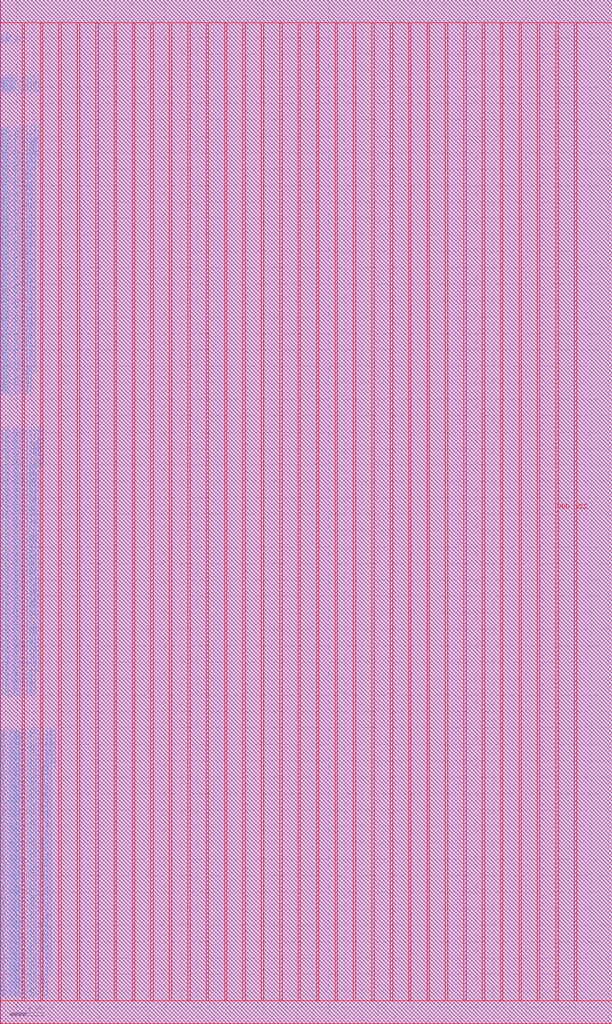
<source format=lef>
VERSION 5.7 ;
BUSBITCHARS "[]" ;
MACRO fakeram45_128x116
  FOREIGN fakeram45_128x116 0 0 ;
  SYMMETRY X Y R90 ;
  SIZE 74.480 BY 124.600 ;
  CLASS BLOCK ;
  PIN w_mask_in[0]
    DIRECTION INPUT ;
    USE SIGNAL ;
    SHAPE ABUTMENT ;
    PORT
      LAYER metal3 ;
      RECT 0.000 2.800 0.070 2.870 ;
    END
  END w_mask_in[0]
  PIN w_mask_in[1]
    DIRECTION INPUT ;
    USE SIGNAL ;
    SHAPE ABUTMENT ;
    PORT
      LAYER metal3 ;
      RECT 0.000 3.080 0.070 3.150 ;
    END
  END w_mask_in[1]
  PIN w_mask_in[2]
    DIRECTION INPUT ;
    USE SIGNAL ;
    SHAPE ABUTMENT ;
    PORT
      LAYER metal3 ;
      RECT 0.000 3.360 0.070 3.430 ;
    END
  END w_mask_in[2]
  PIN w_mask_in[3]
    DIRECTION INPUT ;
    USE SIGNAL ;
    SHAPE ABUTMENT ;
    PORT
      LAYER metal3 ;
      RECT 0.000 3.640 0.070 3.710 ;
    END
  END w_mask_in[3]
  PIN w_mask_in[4]
    DIRECTION INPUT ;
    USE SIGNAL ;
    SHAPE ABUTMENT ;
    PORT
      LAYER metal3 ;
      RECT 0.000 3.920 0.070 3.990 ;
    END
  END w_mask_in[4]
  PIN w_mask_in[5]
    DIRECTION INPUT ;
    USE SIGNAL ;
    SHAPE ABUTMENT ;
    PORT
      LAYER metal3 ;
      RECT 0.000 4.200 0.070 4.270 ;
    END
  END w_mask_in[5]
  PIN w_mask_in[6]
    DIRECTION INPUT ;
    USE SIGNAL ;
    SHAPE ABUTMENT ;
    PORT
      LAYER metal3 ;
      RECT 0.000 4.480 0.070 4.550 ;
    END
  END w_mask_in[6]
  PIN w_mask_in[7]
    DIRECTION INPUT ;
    USE SIGNAL ;
    SHAPE ABUTMENT ;
    PORT
      LAYER metal3 ;
      RECT 0.000 4.760 0.070 4.830 ;
    END
  END w_mask_in[7]
  PIN w_mask_in[8]
    DIRECTION INPUT ;
    USE SIGNAL ;
    SHAPE ABUTMENT ;
    PORT
      LAYER metal3 ;
      RECT 0.000 5.040 0.070 5.110 ;
    END
  END w_mask_in[8]
  PIN w_mask_in[9]
    DIRECTION INPUT ;
    USE SIGNAL ;
    SHAPE ABUTMENT ;
    PORT
      LAYER metal3 ;
      RECT 0.000 5.320 0.070 5.390 ;
    END
  END w_mask_in[9]
  PIN w_mask_in[10]
    DIRECTION INPUT ;
    USE SIGNAL ;
    SHAPE ABUTMENT ;
    PORT
      LAYER metal3 ;
      RECT 0.000 5.600 0.070 5.670 ;
    END
  END w_mask_in[10]
  PIN w_mask_in[11]
    DIRECTION INPUT ;
    USE SIGNAL ;
    SHAPE ABUTMENT ;
    PORT
      LAYER metal3 ;
      RECT 0.000 5.880 0.070 5.950 ;
    END
  END w_mask_in[11]
  PIN w_mask_in[12]
    DIRECTION INPUT ;
    USE SIGNAL ;
    SHAPE ABUTMENT ;
    PORT
      LAYER metal3 ;
      RECT 0.000 6.160 0.070 6.230 ;
    END
  END w_mask_in[12]
  PIN w_mask_in[13]
    DIRECTION INPUT ;
    USE SIGNAL ;
    SHAPE ABUTMENT ;
    PORT
      LAYER metal3 ;
      RECT 0.000 6.440 0.070 6.510 ;
    END
  END w_mask_in[13]
  PIN w_mask_in[14]
    DIRECTION INPUT ;
    USE SIGNAL ;
    SHAPE ABUTMENT ;
    PORT
      LAYER metal3 ;
      RECT 0.000 6.720 0.070 6.790 ;
    END
  END w_mask_in[14]
  PIN w_mask_in[15]
    DIRECTION INPUT ;
    USE SIGNAL ;
    SHAPE ABUTMENT ;
    PORT
      LAYER metal3 ;
      RECT 0.000 7.000 0.070 7.070 ;
    END
  END w_mask_in[15]
  PIN w_mask_in[16]
    DIRECTION INPUT ;
    USE SIGNAL ;
    SHAPE ABUTMENT ;
    PORT
      LAYER metal3 ;
      RECT 0.000 7.280 0.070 7.350 ;
    END
  END w_mask_in[16]
  PIN w_mask_in[17]
    DIRECTION INPUT ;
    USE SIGNAL ;
    SHAPE ABUTMENT ;
    PORT
      LAYER metal3 ;
      RECT 0.000 7.560 0.070 7.630 ;
    END
  END w_mask_in[17]
  PIN w_mask_in[18]
    DIRECTION INPUT ;
    USE SIGNAL ;
    SHAPE ABUTMENT ;
    PORT
      LAYER metal3 ;
      RECT 0.000 7.840 0.070 7.910 ;
    END
  END w_mask_in[18]
  PIN w_mask_in[19]
    DIRECTION INPUT ;
    USE SIGNAL ;
    SHAPE ABUTMENT ;
    PORT
      LAYER metal3 ;
      RECT 0.000 8.120 0.070 8.190 ;
    END
  END w_mask_in[19]
  PIN w_mask_in[20]
    DIRECTION INPUT ;
    USE SIGNAL ;
    SHAPE ABUTMENT ;
    PORT
      LAYER metal3 ;
      RECT 0.000 8.400 0.070 8.470 ;
    END
  END w_mask_in[20]
  PIN w_mask_in[21]
    DIRECTION INPUT ;
    USE SIGNAL ;
    SHAPE ABUTMENT ;
    PORT
      LAYER metal3 ;
      RECT 0.000 8.680 0.070 8.750 ;
    END
  END w_mask_in[21]
  PIN w_mask_in[22]
    DIRECTION INPUT ;
    USE SIGNAL ;
    SHAPE ABUTMENT ;
    PORT
      LAYER metal3 ;
      RECT 0.000 8.960 0.070 9.030 ;
    END
  END w_mask_in[22]
  PIN w_mask_in[23]
    DIRECTION INPUT ;
    USE SIGNAL ;
    SHAPE ABUTMENT ;
    PORT
      LAYER metal3 ;
      RECT 0.000 9.240 0.070 9.310 ;
    END
  END w_mask_in[23]
  PIN w_mask_in[24]
    DIRECTION INPUT ;
    USE SIGNAL ;
    SHAPE ABUTMENT ;
    PORT
      LAYER metal3 ;
      RECT 0.000 9.520 0.070 9.590 ;
    END
  END w_mask_in[24]
  PIN w_mask_in[25]
    DIRECTION INPUT ;
    USE SIGNAL ;
    SHAPE ABUTMENT ;
    PORT
      LAYER metal3 ;
      RECT 0.000 9.800 0.070 9.870 ;
    END
  END w_mask_in[25]
  PIN w_mask_in[26]
    DIRECTION INPUT ;
    USE SIGNAL ;
    SHAPE ABUTMENT ;
    PORT
      LAYER metal3 ;
      RECT 0.000 10.080 0.070 10.150 ;
    END
  END w_mask_in[26]
  PIN w_mask_in[27]
    DIRECTION INPUT ;
    USE SIGNAL ;
    SHAPE ABUTMENT ;
    PORT
      LAYER metal3 ;
      RECT 0.000 10.360 0.070 10.430 ;
    END
  END w_mask_in[27]
  PIN w_mask_in[28]
    DIRECTION INPUT ;
    USE SIGNAL ;
    SHAPE ABUTMENT ;
    PORT
      LAYER metal3 ;
      RECT 0.000 10.640 0.070 10.710 ;
    END
  END w_mask_in[28]
  PIN w_mask_in[29]
    DIRECTION INPUT ;
    USE SIGNAL ;
    SHAPE ABUTMENT ;
    PORT
      LAYER metal3 ;
      RECT 0.000 10.920 0.070 10.990 ;
    END
  END w_mask_in[29]
  PIN w_mask_in[30]
    DIRECTION INPUT ;
    USE SIGNAL ;
    SHAPE ABUTMENT ;
    PORT
      LAYER metal3 ;
      RECT 0.000 11.200 0.070 11.270 ;
    END
  END w_mask_in[30]
  PIN w_mask_in[31]
    DIRECTION INPUT ;
    USE SIGNAL ;
    SHAPE ABUTMENT ;
    PORT
      LAYER metal3 ;
      RECT 0.000 11.480 0.070 11.550 ;
    END
  END w_mask_in[31]
  PIN w_mask_in[32]
    DIRECTION INPUT ;
    USE SIGNAL ;
    SHAPE ABUTMENT ;
    PORT
      LAYER metal3 ;
      RECT 0.000 11.760 0.070 11.830 ;
    END
  END w_mask_in[32]
  PIN w_mask_in[33]
    DIRECTION INPUT ;
    USE SIGNAL ;
    SHAPE ABUTMENT ;
    PORT
      LAYER metal3 ;
      RECT 0.000 12.040 0.070 12.110 ;
    END
  END w_mask_in[33]
  PIN w_mask_in[34]
    DIRECTION INPUT ;
    USE SIGNAL ;
    SHAPE ABUTMENT ;
    PORT
      LAYER metal3 ;
      RECT 0.000 12.320 0.070 12.390 ;
    END
  END w_mask_in[34]
  PIN w_mask_in[35]
    DIRECTION INPUT ;
    USE SIGNAL ;
    SHAPE ABUTMENT ;
    PORT
      LAYER metal3 ;
      RECT 0.000 12.600 0.070 12.670 ;
    END
  END w_mask_in[35]
  PIN w_mask_in[36]
    DIRECTION INPUT ;
    USE SIGNAL ;
    SHAPE ABUTMENT ;
    PORT
      LAYER metal3 ;
      RECT 0.000 12.880 0.070 12.950 ;
    END
  END w_mask_in[36]
  PIN w_mask_in[37]
    DIRECTION INPUT ;
    USE SIGNAL ;
    SHAPE ABUTMENT ;
    PORT
      LAYER metal3 ;
      RECT 0.000 13.160 0.070 13.230 ;
    END
  END w_mask_in[37]
  PIN w_mask_in[38]
    DIRECTION INPUT ;
    USE SIGNAL ;
    SHAPE ABUTMENT ;
    PORT
      LAYER metal3 ;
      RECT 0.000 13.440 0.070 13.510 ;
    END
  END w_mask_in[38]
  PIN w_mask_in[39]
    DIRECTION INPUT ;
    USE SIGNAL ;
    SHAPE ABUTMENT ;
    PORT
      LAYER metal3 ;
      RECT 0.000 13.720 0.070 13.790 ;
    END
  END w_mask_in[39]
  PIN w_mask_in[40]
    DIRECTION INPUT ;
    USE SIGNAL ;
    SHAPE ABUTMENT ;
    PORT
      LAYER metal3 ;
      RECT 0.000 14.000 0.070 14.070 ;
    END
  END w_mask_in[40]
  PIN w_mask_in[41]
    DIRECTION INPUT ;
    USE SIGNAL ;
    SHAPE ABUTMENT ;
    PORT
      LAYER metal3 ;
      RECT 0.000 14.280 0.070 14.350 ;
    END
  END w_mask_in[41]
  PIN w_mask_in[42]
    DIRECTION INPUT ;
    USE SIGNAL ;
    SHAPE ABUTMENT ;
    PORT
      LAYER metal3 ;
      RECT 0.000 14.560 0.070 14.630 ;
    END
  END w_mask_in[42]
  PIN w_mask_in[43]
    DIRECTION INPUT ;
    USE SIGNAL ;
    SHAPE ABUTMENT ;
    PORT
      LAYER metal3 ;
      RECT 0.000 14.840 0.070 14.910 ;
    END
  END w_mask_in[43]
  PIN w_mask_in[44]
    DIRECTION INPUT ;
    USE SIGNAL ;
    SHAPE ABUTMENT ;
    PORT
      LAYER metal3 ;
      RECT 0.000 15.120 0.070 15.190 ;
    END
  END w_mask_in[44]
  PIN w_mask_in[45]
    DIRECTION INPUT ;
    USE SIGNAL ;
    SHAPE ABUTMENT ;
    PORT
      LAYER metal3 ;
      RECT 0.000 15.400 0.070 15.470 ;
    END
  END w_mask_in[45]
  PIN w_mask_in[46]
    DIRECTION INPUT ;
    USE SIGNAL ;
    SHAPE ABUTMENT ;
    PORT
      LAYER metal3 ;
      RECT 0.000 15.680 0.070 15.750 ;
    END
  END w_mask_in[46]
  PIN w_mask_in[47]
    DIRECTION INPUT ;
    USE SIGNAL ;
    SHAPE ABUTMENT ;
    PORT
      LAYER metal3 ;
      RECT 0.000 15.960 0.070 16.030 ;
    END
  END w_mask_in[47]
  PIN w_mask_in[48]
    DIRECTION INPUT ;
    USE SIGNAL ;
    SHAPE ABUTMENT ;
    PORT
      LAYER metal3 ;
      RECT 0.000 16.240 0.070 16.310 ;
    END
  END w_mask_in[48]
  PIN w_mask_in[49]
    DIRECTION INPUT ;
    USE SIGNAL ;
    SHAPE ABUTMENT ;
    PORT
      LAYER metal3 ;
      RECT 0.000 16.520 0.070 16.590 ;
    END
  END w_mask_in[49]
  PIN w_mask_in[50]
    DIRECTION INPUT ;
    USE SIGNAL ;
    SHAPE ABUTMENT ;
    PORT
      LAYER metal3 ;
      RECT 0.000 16.800 0.070 16.870 ;
    END
  END w_mask_in[50]
  PIN w_mask_in[51]
    DIRECTION INPUT ;
    USE SIGNAL ;
    SHAPE ABUTMENT ;
    PORT
      LAYER metal3 ;
      RECT 0.000 17.080 0.070 17.150 ;
    END
  END w_mask_in[51]
  PIN w_mask_in[52]
    DIRECTION INPUT ;
    USE SIGNAL ;
    SHAPE ABUTMENT ;
    PORT
      LAYER metal3 ;
      RECT 0.000 17.360 0.070 17.430 ;
    END
  END w_mask_in[52]
  PIN w_mask_in[53]
    DIRECTION INPUT ;
    USE SIGNAL ;
    SHAPE ABUTMENT ;
    PORT
      LAYER metal3 ;
      RECT 0.000 17.640 0.070 17.710 ;
    END
  END w_mask_in[53]
  PIN w_mask_in[54]
    DIRECTION INPUT ;
    USE SIGNAL ;
    SHAPE ABUTMENT ;
    PORT
      LAYER metal3 ;
      RECT 0.000 17.920 0.070 17.990 ;
    END
  END w_mask_in[54]
  PIN w_mask_in[55]
    DIRECTION INPUT ;
    USE SIGNAL ;
    SHAPE ABUTMENT ;
    PORT
      LAYER metal3 ;
      RECT 0.000 18.200 0.070 18.270 ;
    END
  END w_mask_in[55]
  PIN w_mask_in[56]
    DIRECTION INPUT ;
    USE SIGNAL ;
    SHAPE ABUTMENT ;
    PORT
      LAYER metal3 ;
      RECT 0.000 18.480 0.070 18.550 ;
    END
  END w_mask_in[56]
  PIN w_mask_in[57]
    DIRECTION INPUT ;
    USE SIGNAL ;
    SHAPE ABUTMENT ;
    PORT
      LAYER metal3 ;
      RECT 0.000 18.760 0.070 18.830 ;
    END
  END w_mask_in[57]
  PIN w_mask_in[58]
    DIRECTION INPUT ;
    USE SIGNAL ;
    SHAPE ABUTMENT ;
    PORT
      LAYER metal3 ;
      RECT 0.000 19.040 0.070 19.110 ;
    END
  END w_mask_in[58]
  PIN w_mask_in[59]
    DIRECTION INPUT ;
    USE SIGNAL ;
    SHAPE ABUTMENT ;
    PORT
      LAYER metal3 ;
      RECT 0.000 19.320 0.070 19.390 ;
    END
  END w_mask_in[59]
  PIN w_mask_in[60]
    DIRECTION INPUT ;
    USE SIGNAL ;
    SHAPE ABUTMENT ;
    PORT
      LAYER metal3 ;
      RECT 0.000 19.600 0.070 19.670 ;
    END
  END w_mask_in[60]
  PIN w_mask_in[61]
    DIRECTION INPUT ;
    USE SIGNAL ;
    SHAPE ABUTMENT ;
    PORT
      LAYER metal3 ;
      RECT 0.000 19.880 0.070 19.950 ;
    END
  END w_mask_in[61]
  PIN w_mask_in[62]
    DIRECTION INPUT ;
    USE SIGNAL ;
    SHAPE ABUTMENT ;
    PORT
      LAYER metal3 ;
      RECT 0.000 20.160 0.070 20.230 ;
    END
  END w_mask_in[62]
  PIN w_mask_in[63]
    DIRECTION INPUT ;
    USE SIGNAL ;
    SHAPE ABUTMENT ;
    PORT
      LAYER metal3 ;
      RECT 0.000 20.440 0.070 20.510 ;
    END
  END w_mask_in[63]
  PIN w_mask_in[64]
    DIRECTION INPUT ;
    USE SIGNAL ;
    SHAPE ABUTMENT ;
    PORT
      LAYER metal3 ;
      RECT 0.000 20.720 0.070 20.790 ;
    END
  END w_mask_in[64]
  PIN w_mask_in[65]
    DIRECTION INPUT ;
    USE SIGNAL ;
    SHAPE ABUTMENT ;
    PORT
      LAYER metal3 ;
      RECT 0.000 21.000 0.070 21.070 ;
    END
  END w_mask_in[65]
  PIN w_mask_in[66]
    DIRECTION INPUT ;
    USE SIGNAL ;
    SHAPE ABUTMENT ;
    PORT
      LAYER metal3 ;
      RECT 0.000 21.280 0.070 21.350 ;
    END
  END w_mask_in[66]
  PIN w_mask_in[67]
    DIRECTION INPUT ;
    USE SIGNAL ;
    SHAPE ABUTMENT ;
    PORT
      LAYER metal3 ;
      RECT 0.000 21.560 0.070 21.630 ;
    END
  END w_mask_in[67]
  PIN w_mask_in[68]
    DIRECTION INPUT ;
    USE SIGNAL ;
    SHAPE ABUTMENT ;
    PORT
      LAYER metal3 ;
      RECT 0.000 21.840 0.070 21.910 ;
    END
  END w_mask_in[68]
  PIN w_mask_in[69]
    DIRECTION INPUT ;
    USE SIGNAL ;
    SHAPE ABUTMENT ;
    PORT
      LAYER metal3 ;
      RECT 0.000 22.120 0.070 22.190 ;
    END
  END w_mask_in[69]
  PIN w_mask_in[70]
    DIRECTION INPUT ;
    USE SIGNAL ;
    SHAPE ABUTMENT ;
    PORT
      LAYER metal3 ;
      RECT 0.000 22.400 0.070 22.470 ;
    END
  END w_mask_in[70]
  PIN w_mask_in[71]
    DIRECTION INPUT ;
    USE SIGNAL ;
    SHAPE ABUTMENT ;
    PORT
      LAYER metal3 ;
      RECT 0.000 22.680 0.070 22.750 ;
    END
  END w_mask_in[71]
  PIN w_mask_in[72]
    DIRECTION INPUT ;
    USE SIGNAL ;
    SHAPE ABUTMENT ;
    PORT
      LAYER metal3 ;
      RECT 0.000 22.960 0.070 23.030 ;
    END
  END w_mask_in[72]
  PIN w_mask_in[73]
    DIRECTION INPUT ;
    USE SIGNAL ;
    SHAPE ABUTMENT ;
    PORT
      LAYER metal3 ;
      RECT 0.000 23.240 0.070 23.310 ;
    END
  END w_mask_in[73]
  PIN w_mask_in[74]
    DIRECTION INPUT ;
    USE SIGNAL ;
    SHAPE ABUTMENT ;
    PORT
      LAYER metal3 ;
      RECT 0.000 23.520 0.070 23.590 ;
    END
  END w_mask_in[74]
  PIN w_mask_in[75]
    DIRECTION INPUT ;
    USE SIGNAL ;
    SHAPE ABUTMENT ;
    PORT
      LAYER metal3 ;
      RECT 0.000 23.800 0.070 23.870 ;
    END
  END w_mask_in[75]
  PIN w_mask_in[76]
    DIRECTION INPUT ;
    USE SIGNAL ;
    SHAPE ABUTMENT ;
    PORT
      LAYER metal3 ;
      RECT 0.000 24.080 0.070 24.150 ;
    END
  END w_mask_in[76]
  PIN w_mask_in[77]
    DIRECTION INPUT ;
    USE SIGNAL ;
    SHAPE ABUTMENT ;
    PORT
      LAYER metal3 ;
      RECT 0.000 24.360 0.070 24.430 ;
    END
  END w_mask_in[77]
  PIN w_mask_in[78]
    DIRECTION INPUT ;
    USE SIGNAL ;
    SHAPE ABUTMENT ;
    PORT
      LAYER metal3 ;
      RECT 0.000 24.640 0.070 24.710 ;
    END
  END w_mask_in[78]
  PIN w_mask_in[79]
    DIRECTION INPUT ;
    USE SIGNAL ;
    SHAPE ABUTMENT ;
    PORT
      LAYER metal3 ;
      RECT 0.000 24.920 0.070 24.990 ;
    END
  END w_mask_in[79]
  PIN w_mask_in[80]
    DIRECTION INPUT ;
    USE SIGNAL ;
    SHAPE ABUTMENT ;
    PORT
      LAYER metal3 ;
      RECT 0.000 25.200 0.070 25.270 ;
    END
  END w_mask_in[80]
  PIN w_mask_in[81]
    DIRECTION INPUT ;
    USE SIGNAL ;
    SHAPE ABUTMENT ;
    PORT
      LAYER metal3 ;
      RECT 0.000 25.480 0.070 25.550 ;
    END
  END w_mask_in[81]
  PIN w_mask_in[82]
    DIRECTION INPUT ;
    USE SIGNAL ;
    SHAPE ABUTMENT ;
    PORT
      LAYER metal3 ;
      RECT 0.000 25.760 0.070 25.830 ;
    END
  END w_mask_in[82]
  PIN w_mask_in[83]
    DIRECTION INPUT ;
    USE SIGNAL ;
    SHAPE ABUTMENT ;
    PORT
      LAYER metal3 ;
      RECT 0.000 26.040 0.070 26.110 ;
    END
  END w_mask_in[83]
  PIN w_mask_in[84]
    DIRECTION INPUT ;
    USE SIGNAL ;
    SHAPE ABUTMENT ;
    PORT
      LAYER metal3 ;
      RECT 0.000 26.320 0.070 26.390 ;
    END
  END w_mask_in[84]
  PIN w_mask_in[85]
    DIRECTION INPUT ;
    USE SIGNAL ;
    SHAPE ABUTMENT ;
    PORT
      LAYER metal3 ;
      RECT 0.000 26.600 0.070 26.670 ;
    END
  END w_mask_in[85]
  PIN w_mask_in[86]
    DIRECTION INPUT ;
    USE SIGNAL ;
    SHAPE ABUTMENT ;
    PORT
      LAYER metal3 ;
      RECT 0.000 26.880 0.070 26.950 ;
    END
  END w_mask_in[86]
  PIN w_mask_in[87]
    DIRECTION INPUT ;
    USE SIGNAL ;
    SHAPE ABUTMENT ;
    PORT
      LAYER metal3 ;
      RECT 0.000 27.160 0.070 27.230 ;
    END
  END w_mask_in[87]
  PIN w_mask_in[88]
    DIRECTION INPUT ;
    USE SIGNAL ;
    SHAPE ABUTMENT ;
    PORT
      LAYER metal3 ;
      RECT 0.000 27.440 0.070 27.510 ;
    END
  END w_mask_in[88]
  PIN w_mask_in[89]
    DIRECTION INPUT ;
    USE SIGNAL ;
    SHAPE ABUTMENT ;
    PORT
      LAYER metal3 ;
      RECT 0.000 27.720 0.070 27.790 ;
    END
  END w_mask_in[89]
  PIN w_mask_in[90]
    DIRECTION INPUT ;
    USE SIGNAL ;
    SHAPE ABUTMENT ;
    PORT
      LAYER metal3 ;
      RECT 0.000 28.000 0.070 28.070 ;
    END
  END w_mask_in[90]
  PIN w_mask_in[91]
    DIRECTION INPUT ;
    USE SIGNAL ;
    SHAPE ABUTMENT ;
    PORT
      LAYER metal3 ;
      RECT 0.000 28.280 0.070 28.350 ;
    END
  END w_mask_in[91]
  PIN w_mask_in[92]
    DIRECTION INPUT ;
    USE SIGNAL ;
    SHAPE ABUTMENT ;
    PORT
      LAYER metal3 ;
      RECT 0.000 28.560 0.070 28.630 ;
    END
  END w_mask_in[92]
  PIN w_mask_in[93]
    DIRECTION INPUT ;
    USE SIGNAL ;
    SHAPE ABUTMENT ;
    PORT
      LAYER metal3 ;
      RECT 0.000 28.840 0.070 28.910 ;
    END
  END w_mask_in[93]
  PIN w_mask_in[94]
    DIRECTION INPUT ;
    USE SIGNAL ;
    SHAPE ABUTMENT ;
    PORT
      LAYER metal3 ;
      RECT 0.000 29.120 0.070 29.190 ;
    END
  END w_mask_in[94]
  PIN w_mask_in[95]
    DIRECTION INPUT ;
    USE SIGNAL ;
    SHAPE ABUTMENT ;
    PORT
      LAYER metal3 ;
      RECT 0.000 29.400 0.070 29.470 ;
    END
  END w_mask_in[95]
  PIN w_mask_in[96]
    DIRECTION INPUT ;
    USE SIGNAL ;
    SHAPE ABUTMENT ;
    PORT
      LAYER metal3 ;
      RECT 0.000 29.680 0.070 29.750 ;
    END
  END w_mask_in[96]
  PIN w_mask_in[97]
    DIRECTION INPUT ;
    USE SIGNAL ;
    SHAPE ABUTMENT ;
    PORT
      LAYER metal3 ;
      RECT 0.000 29.960 0.070 30.030 ;
    END
  END w_mask_in[97]
  PIN w_mask_in[98]
    DIRECTION INPUT ;
    USE SIGNAL ;
    SHAPE ABUTMENT ;
    PORT
      LAYER metal3 ;
      RECT 0.000 30.240 0.070 30.310 ;
    END
  END w_mask_in[98]
  PIN w_mask_in[99]
    DIRECTION INPUT ;
    USE SIGNAL ;
    SHAPE ABUTMENT ;
    PORT
      LAYER metal3 ;
      RECT 0.000 30.520 0.070 30.590 ;
    END
  END w_mask_in[99]
  PIN w_mask_in[100]
    DIRECTION INPUT ;
    USE SIGNAL ;
    SHAPE ABUTMENT ;
    PORT
      LAYER metal3 ;
      RECT 0.000 30.800 0.070 30.870 ;
    END
  END w_mask_in[100]
  PIN w_mask_in[101]
    DIRECTION INPUT ;
    USE SIGNAL ;
    SHAPE ABUTMENT ;
    PORT
      LAYER metal3 ;
      RECT 0.000 31.080 0.070 31.150 ;
    END
  END w_mask_in[101]
  PIN w_mask_in[102]
    DIRECTION INPUT ;
    USE SIGNAL ;
    SHAPE ABUTMENT ;
    PORT
      LAYER metal3 ;
      RECT 0.000 31.360 0.070 31.430 ;
    END
  END w_mask_in[102]
  PIN w_mask_in[103]
    DIRECTION INPUT ;
    USE SIGNAL ;
    SHAPE ABUTMENT ;
    PORT
      LAYER metal3 ;
      RECT 0.000 31.640 0.070 31.710 ;
    END
  END w_mask_in[103]
  PIN w_mask_in[104]
    DIRECTION INPUT ;
    USE SIGNAL ;
    SHAPE ABUTMENT ;
    PORT
      LAYER metal3 ;
      RECT 0.000 31.920 0.070 31.990 ;
    END
  END w_mask_in[104]
  PIN w_mask_in[105]
    DIRECTION INPUT ;
    USE SIGNAL ;
    SHAPE ABUTMENT ;
    PORT
      LAYER metal3 ;
      RECT 0.000 32.200 0.070 32.270 ;
    END
  END w_mask_in[105]
  PIN w_mask_in[106]
    DIRECTION INPUT ;
    USE SIGNAL ;
    SHAPE ABUTMENT ;
    PORT
      LAYER metal3 ;
      RECT 0.000 32.480 0.070 32.550 ;
    END
  END w_mask_in[106]
  PIN w_mask_in[107]
    DIRECTION INPUT ;
    USE SIGNAL ;
    SHAPE ABUTMENT ;
    PORT
      LAYER metal3 ;
      RECT 0.000 32.760 0.070 32.830 ;
    END
  END w_mask_in[107]
  PIN w_mask_in[108]
    DIRECTION INPUT ;
    USE SIGNAL ;
    SHAPE ABUTMENT ;
    PORT
      LAYER metal3 ;
      RECT 0.000 33.040 0.070 33.110 ;
    END
  END w_mask_in[108]
  PIN w_mask_in[109]
    DIRECTION INPUT ;
    USE SIGNAL ;
    SHAPE ABUTMENT ;
    PORT
      LAYER metal3 ;
      RECT 0.000 33.320 0.070 33.390 ;
    END
  END w_mask_in[109]
  PIN w_mask_in[110]
    DIRECTION INPUT ;
    USE SIGNAL ;
    SHAPE ABUTMENT ;
    PORT
      LAYER metal3 ;
      RECT 0.000 33.600 0.070 33.670 ;
    END
  END w_mask_in[110]
  PIN w_mask_in[111]
    DIRECTION INPUT ;
    USE SIGNAL ;
    SHAPE ABUTMENT ;
    PORT
      LAYER metal3 ;
      RECT 0.000 33.880 0.070 33.950 ;
    END
  END w_mask_in[111]
  PIN w_mask_in[112]
    DIRECTION INPUT ;
    USE SIGNAL ;
    SHAPE ABUTMENT ;
    PORT
      LAYER metal3 ;
      RECT 0.000 34.160 0.070 34.230 ;
    END
  END w_mask_in[112]
  PIN w_mask_in[113]
    DIRECTION INPUT ;
    USE SIGNAL ;
    SHAPE ABUTMENT ;
    PORT
      LAYER metal3 ;
      RECT 0.000 34.440 0.070 34.510 ;
    END
  END w_mask_in[113]
  PIN w_mask_in[114]
    DIRECTION INPUT ;
    USE SIGNAL ;
    SHAPE ABUTMENT ;
    PORT
      LAYER metal3 ;
      RECT 0.000 34.720 0.070 34.790 ;
    END
  END w_mask_in[114]
  PIN w_mask_in[115]
    DIRECTION INPUT ;
    USE SIGNAL ;
    SHAPE ABUTMENT ;
    PORT
      LAYER metal3 ;
      RECT 0.000 35.000 0.070 35.070 ;
    END
  END w_mask_in[115]
  PIN rd_out[0]
    DIRECTION OUTPUT ;
    USE SIGNAL ;
    SHAPE ABUTMENT ;
    PORT
      LAYER metal3 ;
      RECT 0.000 39.480 0.070 39.550 ;
    END
  END rd_out[0]
  PIN rd_out[1]
    DIRECTION OUTPUT ;
    USE SIGNAL ;
    SHAPE ABUTMENT ;
    PORT
      LAYER metal3 ;
      RECT 0.000 39.760 0.070 39.830 ;
    END
  END rd_out[1]
  PIN rd_out[2]
    DIRECTION OUTPUT ;
    USE SIGNAL ;
    SHAPE ABUTMENT ;
    PORT
      LAYER metal3 ;
      RECT 0.000 40.040 0.070 40.110 ;
    END
  END rd_out[2]
  PIN rd_out[3]
    DIRECTION OUTPUT ;
    USE SIGNAL ;
    SHAPE ABUTMENT ;
    PORT
      LAYER metal3 ;
      RECT 0.000 40.320 0.070 40.390 ;
    END
  END rd_out[3]
  PIN rd_out[4]
    DIRECTION OUTPUT ;
    USE SIGNAL ;
    SHAPE ABUTMENT ;
    PORT
      LAYER metal3 ;
      RECT 0.000 40.600 0.070 40.670 ;
    END
  END rd_out[4]
  PIN rd_out[5]
    DIRECTION OUTPUT ;
    USE SIGNAL ;
    SHAPE ABUTMENT ;
    PORT
      LAYER metal3 ;
      RECT 0.000 40.880 0.070 40.950 ;
    END
  END rd_out[5]
  PIN rd_out[6]
    DIRECTION OUTPUT ;
    USE SIGNAL ;
    SHAPE ABUTMENT ;
    PORT
      LAYER metal3 ;
      RECT 0.000 41.160 0.070 41.230 ;
    END
  END rd_out[6]
  PIN rd_out[7]
    DIRECTION OUTPUT ;
    USE SIGNAL ;
    SHAPE ABUTMENT ;
    PORT
      LAYER metal3 ;
      RECT 0.000 41.440 0.070 41.510 ;
    END
  END rd_out[7]
  PIN rd_out[8]
    DIRECTION OUTPUT ;
    USE SIGNAL ;
    SHAPE ABUTMENT ;
    PORT
      LAYER metal3 ;
      RECT 0.000 41.720 0.070 41.790 ;
    END
  END rd_out[8]
  PIN rd_out[9]
    DIRECTION OUTPUT ;
    USE SIGNAL ;
    SHAPE ABUTMENT ;
    PORT
      LAYER metal3 ;
      RECT 0.000 42.000 0.070 42.070 ;
    END
  END rd_out[9]
  PIN rd_out[10]
    DIRECTION OUTPUT ;
    USE SIGNAL ;
    SHAPE ABUTMENT ;
    PORT
      LAYER metal3 ;
      RECT 0.000 42.280 0.070 42.350 ;
    END
  END rd_out[10]
  PIN rd_out[11]
    DIRECTION OUTPUT ;
    USE SIGNAL ;
    SHAPE ABUTMENT ;
    PORT
      LAYER metal3 ;
      RECT 0.000 42.560 0.070 42.630 ;
    END
  END rd_out[11]
  PIN rd_out[12]
    DIRECTION OUTPUT ;
    USE SIGNAL ;
    SHAPE ABUTMENT ;
    PORT
      LAYER metal3 ;
      RECT 0.000 42.840 0.070 42.910 ;
    END
  END rd_out[12]
  PIN rd_out[13]
    DIRECTION OUTPUT ;
    USE SIGNAL ;
    SHAPE ABUTMENT ;
    PORT
      LAYER metal3 ;
      RECT 0.000 43.120 0.070 43.190 ;
    END
  END rd_out[13]
  PIN rd_out[14]
    DIRECTION OUTPUT ;
    USE SIGNAL ;
    SHAPE ABUTMENT ;
    PORT
      LAYER metal3 ;
      RECT 0.000 43.400 0.070 43.470 ;
    END
  END rd_out[14]
  PIN rd_out[15]
    DIRECTION OUTPUT ;
    USE SIGNAL ;
    SHAPE ABUTMENT ;
    PORT
      LAYER metal3 ;
      RECT 0.000 43.680 0.070 43.750 ;
    END
  END rd_out[15]
  PIN rd_out[16]
    DIRECTION OUTPUT ;
    USE SIGNAL ;
    SHAPE ABUTMENT ;
    PORT
      LAYER metal3 ;
      RECT 0.000 43.960 0.070 44.030 ;
    END
  END rd_out[16]
  PIN rd_out[17]
    DIRECTION OUTPUT ;
    USE SIGNAL ;
    SHAPE ABUTMENT ;
    PORT
      LAYER metal3 ;
      RECT 0.000 44.240 0.070 44.310 ;
    END
  END rd_out[17]
  PIN rd_out[18]
    DIRECTION OUTPUT ;
    USE SIGNAL ;
    SHAPE ABUTMENT ;
    PORT
      LAYER metal3 ;
      RECT 0.000 44.520 0.070 44.590 ;
    END
  END rd_out[18]
  PIN rd_out[19]
    DIRECTION OUTPUT ;
    USE SIGNAL ;
    SHAPE ABUTMENT ;
    PORT
      LAYER metal3 ;
      RECT 0.000 44.800 0.070 44.870 ;
    END
  END rd_out[19]
  PIN rd_out[20]
    DIRECTION OUTPUT ;
    USE SIGNAL ;
    SHAPE ABUTMENT ;
    PORT
      LAYER metal3 ;
      RECT 0.000 45.080 0.070 45.150 ;
    END
  END rd_out[20]
  PIN rd_out[21]
    DIRECTION OUTPUT ;
    USE SIGNAL ;
    SHAPE ABUTMENT ;
    PORT
      LAYER metal3 ;
      RECT 0.000 45.360 0.070 45.430 ;
    END
  END rd_out[21]
  PIN rd_out[22]
    DIRECTION OUTPUT ;
    USE SIGNAL ;
    SHAPE ABUTMENT ;
    PORT
      LAYER metal3 ;
      RECT 0.000 45.640 0.070 45.710 ;
    END
  END rd_out[22]
  PIN rd_out[23]
    DIRECTION OUTPUT ;
    USE SIGNAL ;
    SHAPE ABUTMENT ;
    PORT
      LAYER metal3 ;
      RECT 0.000 45.920 0.070 45.990 ;
    END
  END rd_out[23]
  PIN rd_out[24]
    DIRECTION OUTPUT ;
    USE SIGNAL ;
    SHAPE ABUTMENT ;
    PORT
      LAYER metal3 ;
      RECT 0.000 46.200 0.070 46.270 ;
    END
  END rd_out[24]
  PIN rd_out[25]
    DIRECTION OUTPUT ;
    USE SIGNAL ;
    SHAPE ABUTMENT ;
    PORT
      LAYER metal3 ;
      RECT 0.000 46.480 0.070 46.550 ;
    END
  END rd_out[25]
  PIN rd_out[26]
    DIRECTION OUTPUT ;
    USE SIGNAL ;
    SHAPE ABUTMENT ;
    PORT
      LAYER metal3 ;
      RECT 0.000 46.760 0.070 46.830 ;
    END
  END rd_out[26]
  PIN rd_out[27]
    DIRECTION OUTPUT ;
    USE SIGNAL ;
    SHAPE ABUTMENT ;
    PORT
      LAYER metal3 ;
      RECT 0.000 47.040 0.070 47.110 ;
    END
  END rd_out[27]
  PIN rd_out[28]
    DIRECTION OUTPUT ;
    USE SIGNAL ;
    SHAPE ABUTMENT ;
    PORT
      LAYER metal3 ;
      RECT 0.000 47.320 0.070 47.390 ;
    END
  END rd_out[28]
  PIN rd_out[29]
    DIRECTION OUTPUT ;
    USE SIGNAL ;
    SHAPE ABUTMENT ;
    PORT
      LAYER metal3 ;
      RECT 0.000 47.600 0.070 47.670 ;
    END
  END rd_out[29]
  PIN rd_out[30]
    DIRECTION OUTPUT ;
    USE SIGNAL ;
    SHAPE ABUTMENT ;
    PORT
      LAYER metal3 ;
      RECT 0.000 47.880 0.070 47.950 ;
    END
  END rd_out[30]
  PIN rd_out[31]
    DIRECTION OUTPUT ;
    USE SIGNAL ;
    SHAPE ABUTMENT ;
    PORT
      LAYER metal3 ;
      RECT 0.000 48.160 0.070 48.230 ;
    END
  END rd_out[31]
  PIN rd_out[32]
    DIRECTION OUTPUT ;
    USE SIGNAL ;
    SHAPE ABUTMENT ;
    PORT
      LAYER metal3 ;
      RECT 0.000 48.440 0.070 48.510 ;
    END
  END rd_out[32]
  PIN rd_out[33]
    DIRECTION OUTPUT ;
    USE SIGNAL ;
    SHAPE ABUTMENT ;
    PORT
      LAYER metal3 ;
      RECT 0.000 48.720 0.070 48.790 ;
    END
  END rd_out[33]
  PIN rd_out[34]
    DIRECTION OUTPUT ;
    USE SIGNAL ;
    SHAPE ABUTMENT ;
    PORT
      LAYER metal3 ;
      RECT 0.000 49.000 0.070 49.070 ;
    END
  END rd_out[34]
  PIN rd_out[35]
    DIRECTION OUTPUT ;
    USE SIGNAL ;
    SHAPE ABUTMENT ;
    PORT
      LAYER metal3 ;
      RECT 0.000 49.280 0.070 49.350 ;
    END
  END rd_out[35]
  PIN rd_out[36]
    DIRECTION OUTPUT ;
    USE SIGNAL ;
    SHAPE ABUTMENT ;
    PORT
      LAYER metal3 ;
      RECT 0.000 49.560 0.070 49.630 ;
    END
  END rd_out[36]
  PIN rd_out[37]
    DIRECTION OUTPUT ;
    USE SIGNAL ;
    SHAPE ABUTMENT ;
    PORT
      LAYER metal3 ;
      RECT 0.000 49.840 0.070 49.910 ;
    END
  END rd_out[37]
  PIN rd_out[38]
    DIRECTION OUTPUT ;
    USE SIGNAL ;
    SHAPE ABUTMENT ;
    PORT
      LAYER metal3 ;
      RECT 0.000 50.120 0.070 50.190 ;
    END
  END rd_out[38]
  PIN rd_out[39]
    DIRECTION OUTPUT ;
    USE SIGNAL ;
    SHAPE ABUTMENT ;
    PORT
      LAYER metal3 ;
      RECT 0.000 50.400 0.070 50.470 ;
    END
  END rd_out[39]
  PIN rd_out[40]
    DIRECTION OUTPUT ;
    USE SIGNAL ;
    SHAPE ABUTMENT ;
    PORT
      LAYER metal3 ;
      RECT 0.000 50.680 0.070 50.750 ;
    END
  END rd_out[40]
  PIN rd_out[41]
    DIRECTION OUTPUT ;
    USE SIGNAL ;
    SHAPE ABUTMENT ;
    PORT
      LAYER metal3 ;
      RECT 0.000 50.960 0.070 51.030 ;
    END
  END rd_out[41]
  PIN rd_out[42]
    DIRECTION OUTPUT ;
    USE SIGNAL ;
    SHAPE ABUTMENT ;
    PORT
      LAYER metal3 ;
      RECT 0.000 51.240 0.070 51.310 ;
    END
  END rd_out[42]
  PIN rd_out[43]
    DIRECTION OUTPUT ;
    USE SIGNAL ;
    SHAPE ABUTMENT ;
    PORT
      LAYER metal3 ;
      RECT 0.000 51.520 0.070 51.590 ;
    END
  END rd_out[43]
  PIN rd_out[44]
    DIRECTION OUTPUT ;
    USE SIGNAL ;
    SHAPE ABUTMENT ;
    PORT
      LAYER metal3 ;
      RECT 0.000 51.800 0.070 51.870 ;
    END
  END rd_out[44]
  PIN rd_out[45]
    DIRECTION OUTPUT ;
    USE SIGNAL ;
    SHAPE ABUTMENT ;
    PORT
      LAYER metal3 ;
      RECT 0.000 52.080 0.070 52.150 ;
    END
  END rd_out[45]
  PIN rd_out[46]
    DIRECTION OUTPUT ;
    USE SIGNAL ;
    SHAPE ABUTMENT ;
    PORT
      LAYER metal3 ;
      RECT 0.000 52.360 0.070 52.430 ;
    END
  END rd_out[46]
  PIN rd_out[47]
    DIRECTION OUTPUT ;
    USE SIGNAL ;
    SHAPE ABUTMENT ;
    PORT
      LAYER metal3 ;
      RECT 0.000 52.640 0.070 52.710 ;
    END
  END rd_out[47]
  PIN rd_out[48]
    DIRECTION OUTPUT ;
    USE SIGNAL ;
    SHAPE ABUTMENT ;
    PORT
      LAYER metal3 ;
      RECT 0.000 52.920 0.070 52.990 ;
    END
  END rd_out[48]
  PIN rd_out[49]
    DIRECTION OUTPUT ;
    USE SIGNAL ;
    SHAPE ABUTMENT ;
    PORT
      LAYER metal3 ;
      RECT 0.000 53.200 0.070 53.270 ;
    END
  END rd_out[49]
  PIN rd_out[50]
    DIRECTION OUTPUT ;
    USE SIGNAL ;
    SHAPE ABUTMENT ;
    PORT
      LAYER metal3 ;
      RECT 0.000 53.480 0.070 53.550 ;
    END
  END rd_out[50]
  PIN rd_out[51]
    DIRECTION OUTPUT ;
    USE SIGNAL ;
    SHAPE ABUTMENT ;
    PORT
      LAYER metal3 ;
      RECT 0.000 53.760 0.070 53.830 ;
    END
  END rd_out[51]
  PIN rd_out[52]
    DIRECTION OUTPUT ;
    USE SIGNAL ;
    SHAPE ABUTMENT ;
    PORT
      LAYER metal3 ;
      RECT 0.000 54.040 0.070 54.110 ;
    END
  END rd_out[52]
  PIN rd_out[53]
    DIRECTION OUTPUT ;
    USE SIGNAL ;
    SHAPE ABUTMENT ;
    PORT
      LAYER metal3 ;
      RECT 0.000 54.320 0.070 54.390 ;
    END
  END rd_out[53]
  PIN rd_out[54]
    DIRECTION OUTPUT ;
    USE SIGNAL ;
    SHAPE ABUTMENT ;
    PORT
      LAYER metal3 ;
      RECT 0.000 54.600 0.070 54.670 ;
    END
  END rd_out[54]
  PIN rd_out[55]
    DIRECTION OUTPUT ;
    USE SIGNAL ;
    SHAPE ABUTMENT ;
    PORT
      LAYER metal3 ;
      RECT 0.000 54.880 0.070 54.950 ;
    END
  END rd_out[55]
  PIN rd_out[56]
    DIRECTION OUTPUT ;
    USE SIGNAL ;
    SHAPE ABUTMENT ;
    PORT
      LAYER metal3 ;
      RECT 0.000 55.160 0.070 55.230 ;
    END
  END rd_out[56]
  PIN rd_out[57]
    DIRECTION OUTPUT ;
    USE SIGNAL ;
    SHAPE ABUTMENT ;
    PORT
      LAYER metal3 ;
      RECT 0.000 55.440 0.070 55.510 ;
    END
  END rd_out[57]
  PIN rd_out[58]
    DIRECTION OUTPUT ;
    USE SIGNAL ;
    SHAPE ABUTMENT ;
    PORT
      LAYER metal3 ;
      RECT 0.000 55.720 0.070 55.790 ;
    END
  END rd_out[58]
  PIN rd_out[59]
    DIRECTION OUTPUT ;
    USE SIGNAL ;
    SHAPE ABUTMENT ;
    PORT
      LAYER metal3 ;
      RECT 0.000 56.000 0.070 56.070 ;
    END
  END rd_out[59]
  PIN rd_out[60]
    DIRECTION OUTPUT ;
    USE SIGNAL ;
    SHAPE ABUTMENT ;
    PORT
      LAYER metal3 ;
      RECT 0.000 56.280 0.070 56.350 ;
    END
  END rd_out[60]
  PIN rd_out[61]
    DIRECTION OUTPUT ;
    USE SIGNAL ;
    SHAPE ABUTMENT ;
    PORT
      LAYER metal3 ;
      RECT 0.000 56.560 0.070 56.630 ;
    END
  END rd_out[61]
  PIN rd_out[62]
    DIRECTION OUTPUT ;
    USE SIGNAL ;
    SHAPE ABUTMENT ;
    PORT
      LAYER metal3 ;
      RECT 0.000 56.840 0.070 56.910 ;
    END
  END rd_out[62]
  PIN rd_out[63]
    DIRECTION OUTPUT ;
    USE SIGNAL ;
    SHAPE ABUTMENT ;
    PORT
      LAYER metal3 ;
      RECT 0.000 57.120 0.070 57.190 ;
    END
  END rd_out[63]
  PIN rd_out[64]
    DIRECTION OUTPUT ;
    USE SIGNAL ;
    SHAPE ABUTMENT ;
    PORT
      LAYER metal3 ;
      RECT 0.000 57.400 0.070 57.470 ;
    END
  END rd_out[64]
  PIN rd_out[65]
    DIRECTION OUTPUT ;
    USE SIGNAL ;
    SHAPE ABUTMENT ;
    PORT
      LAYER metal3 ;
      RECT 0.000 57.680 0.070 57.750 ;
    END
  END rd_out[65]
  PIN rd_out[66]
    DIRECTION OUTPUT ;
    USE SIGNAL ;
    SHAPE ABUTMENT ;
    PORT
      LAYER metal3 ;
      RECT 0.000 57.960 0.070 58.030 ;
    END
  END rd_out[66]
  PIN rd_out[67]
    DIRECTION OUTPUT ;
    USE SIGNAL ;
    SHAPE ABUTMENT ;
    PORT
      LAYER metal3 ;
      RECT 0.000 58.240 0.070 58.310 ;
    END
  END rd_out[67]
  PIN rd_out[68]
    DIRECTION OUTPUT ;
    USE SIGNAL ;
    SHAPE ABUTMENT ;
    PORT
      LAYER metal3 ;
      RECT 0.000 58.520 0.070 58.590 ;
    END
  END rd_out[68]
  PIN rd_out[69]
    DIRECTION OUTPUT ;
    USE SIGNAL ;
    SHAPE ABUTMENT ;
    PORT
      LAYER metal3 ;
      RECT 0.000 58.800 0.070 58.870 ;
    END
  END rd_out[69]
  PIN rd_out[70]
    DIRECTION OUTPUT ;
    USE SIGNAL ;
    SHAPE ABUTMENT ;
    PORT
      LAYER metal3 ;
      RECT 0.000 59.080 0.070 59.150 ;
    END
  END rd_out[70]
  PIN rd_out[71]
    DIRECTION OUTPUT ;
    USE SIGNAL ;
    SHAPE ABUTMENT ;
    PORT
      LAYER metal3 ;
      RECT 0.000 59.360 0.070 59.430 ;
    END
  END rd_out[71]
  PIN rd_out[72]
    DIRECTION OUTPUT ;
    USE SIGNAL ;
    SHAPE ABUTMENT ;
    PORT
      LAYER metal3 ;
      RECT 0.000 59.640 0.070 59.710 ;
    END
  END rd_out[72]
  PIN rd_out[73]
    DIRECTION OUTPUT ;
    USE SIGNAL ;
    SHAPE ABUTMENT ;
    PORT
      LAYER metal3 ;
      RECT 0.000 59.920 0.070 59.990 ;
    END
  END rd_out[73]
  PIN rd_out[74]
    DIRECTION OUTPUT ;
    USE SIGNAL ;
    SHAPE ABUTMENT ;
    PORT
      LAYER metal3 ;
      RECT 0.000 60.200 0.070 60.270 ;
    END
  END rd_out[74]
  PIN rd_out[75]
    DIRECTION OUTPUT ;
    USE SIGNAL ;
    SHAPE ABUTMENT ;
    PORT
      LAYER metal3 ;
      RECT 0.000 60.480 0.070 60.550 ;
    END
  END rd_out[75]
  PIN rd_out[76]
    DIRECTION OUTPUT ;
    USE SIGNAL ;
    SHAPE ABUTMENT ;
    PORT
      LAYER metal3 ;
      RECT 0.000 60.760 0.070 60.830 ;
    END
  END rd_out[76]
  PIN rd_out[77]
    DIRECTION OUTPUT ;
    USE SIGNAL ;
    SHAPE ABUTMENT ;
    PORT
      LAYER metal3 ;
      RECT 0.000 61.040 0.070 61.110 ;
    END
  END rd_out[77]
  PIN rd_out[78]
    DIRECTION OUTPUT ;
    USE SIGNAL ;
    SHAPE ABUTMENT ;
    PORT
      LAYER metal3 ;
      RECT 0.000 61.320 0.070 61.390 ;
    END
  END rd_out[78]
  PIN rd_out[79]
    DIRECTION OUTPUT ;
    USE SIGNAL ;
    SHAPE ABUTMENT ;
    PORT
      LAYER metal3 ;
      RECT 0.000 61.600 0.070 61.670 ;
    END
  END rd_out[79]
  PIN rd_out[80]
    DIRECTION OUTPUT ;
    USE SIGNAL ;
    SHAPE ABUTMENT ;
    PORT
      LAYER metal3 ;
      RECT 0.000 61.880 0.070 61.950 ;
    END
  END rd_out[80]
  PIN rd_out[81]
    DIRECTION OUTPUT ;
    USE SIGNAL ;
    SHAPE ABUTMENT ;
    PORT
      LAYER metal3 ;
      RECT 0.000 62.160 0.070 62.230 ;
    END
  END rd_out[81]
  PIN rd_out[82]
    DIRECTION OUTPUT ;
    USE SIGNAL ;
    SHAPE ABUTMENT ;
    PORT
      LAYER metal3 ;
      RECT 0.000 62.440 0.070 62.510 ;
    END
  END rd_out[82]
  PIN rd_out[83]
    DIRECTION OUTPUT ;
    USE SIGNAL ;
    SHAPE ABUTMENT ;
    PORT
      LAYER metal3 ;
      RECT 0.000 62.720 0.070 62.790 ;
    END
  END rd_out[83]
  PIN rd_out[84]
    DIRECTION OUTPUT ;
    USE SIGNAL ;
    SHAPE ABUTMENT ;
    PORT
      LAYER metal3 ;
      RECT 0.000 63.000 0.070 63.070 ;
    END
  END rd_out[84]
  PIN rd_out[85]
    DIRECTION OUTPUT ;
    USE SIGNAL ;
    SHAPE ABUTMENT ;
    PORT
      LAYER metal3 ;
      RECT 0.000 63.280 0.070 63.350 ;
    END
  END rd_out[85]
  PIN rd_out[86]
    DIRECTION OUTPUT ;
    USE SIGNAL ;
    SHAPE ABUTMENT ;
    PORT
      LAYER metal3 ;
      RECT 0.000 63.560 0.070 63.630 ;
    END
  END rd_out[86]
  PIN rd_out[87]
    DIRECTION OUTPUT ;
    USE SIGNAL ;
    SHAPE ABUTMENT ;
    PORT
      LAYER metal3 ;
      RECT 0.000 63.840 0.070 63.910 ;
    END
  END rd_out[87]
  PIN rd_out[88]
    DIRECTION OUTPUT ;
    USE SIGNAL ;
    SHAPE ABUTMENT ;
    PORT
      LAYER metal3 ;
      RECT 0.000 64.120 0.070 64.190 ;
    END
  END rd_out[88]
  PIN rd_out[89]
    DIRECTION OUTPUT ;
    USE SIGNAL ;
    SHAPE ABUTMENT ;
    PORT
      LAYER metal3 ;
      RECT 0.000 64.400 0.070 64.470 ;
    END
  END rd_out[89]
  PIN rd_out[90]
    DIRECTION OUTPUT ;
    USE SIGNAL ;
    SHAPE ABUTMENT ;
    PORT
      LAYER metal3 ;
      RECT 0.000 64.680 0.070 64.750 ;
    END
  END rd_out[90]
  PIN rd_out[91]
    DIRECTION OUTPUT ;
    USE SIGNAL ;
    SHAPE ABUTMENT ;
    PORT
      LAYER metal3 ;
      RECT 0.000 64.960 0.070 65.030 ;
    END
  END rd_out[91]
  PIN rd_out[92]
    DIRECTION OUTPUT ;
    USE SIGNAL ;
    SHAPE ABUTMENT ;
    PORT
      LAYER metal3 ;
      RECT 0.000 65.240 0.070 65.310 ;
    END
  END rd_out[92]
  PIN rd_out[93]
    DIRECTION OUTPUT ;
    USE SIGNAL ;
    SHAPE ABUTMENT ;
    PORT
      LAYER metal3 ;
      RECT 0.000 65.520 0.070 65.590 ;
    END
  END rd_out[93]
  PIN rd_out[94]
    DIRECTION OUTPUT ;
    USE SIGNAL ;
    SHAPE ABUTMENT ;
    PORT
      LAYER metal3 ;
      RECT 0.000 65.800 0.070 65.870 ;
    END
  END rd_out[94]
  PIN rd_out[95]
    DIRECTION OUTPUT ;
    USE SIGNAL ;
    SHAPE ABUTMENT ;
    PORT
      LAYER metal3 ;
      RECT 0.000 66.080 0.070 66.150 ;
    END
  END rd_out[95]
  PIN rd_out[96]
    DIRECTION OUTPUT ;
    USE SIGNAL ;
    SHAPE ABUTMENT ;
    PORT
      LAYER metal3 ;
      RECT 0.000 66.360 0.070 66.430 ;
    END
  END rd_out[96]
  PIN rd_out[97]
    DIRECTION OUTPUT ;
    USE SIGNAL ;
    SHAPE ABUTMENT ;
    PORT
      LAYER metal3 ;
      RECT 0.000 66.640 0.070 66.710 ;
    END
  END rd_out[97]
  PIN rd_out[98]
    DIRECTION OUTPUT ;
    USE SIGNAL ;
    SHAPE ABUTMENT ;
    PORT
      LAYER metal3 ;
      RECT 0.000 66.920 0.070 66.990 ;
    END
  END rd_out[98]
  PIN rd_out[99]
    DIRECTION OUTPUT ;
    USE SIGNAL ;
    SHAPE ABUTMENT ;
    PORT
      LAYER metal3 ;
      RECT 0.000 67.200 0.070 67.270 ;
    END
  END rd_out[99]
  PIN rd_out[100]
    DIRECTION OUTPUT ;
    USE SIGNAL ;
    SHAPE ABUTMENT ;
    PORT
      LAYER metal3 ;
      RECT 0.000 67.480 0.070 67.550 ;
    END
  END rd_out[100]
  PIN rd_out[101]
    DIRECTION OUTPUT ;
    USE SIGNAL ;
    SHAPE ABUTMENT ;
    PORT
      LAYER metal3 ;
      RECT 0.000 67.760 0.070 67.830 ;
    END
  END rd_out[101]
  PIN rd_out[102]
    DIRECTION OUTPUT ;
    USE SIGNAL ;
    SHAPE ABUTMENT ;
    PORT
      LAYER metal3 ;
      RECT 0.000 68.040 0.070 68.110 ;
    END
  END rd_out[102]
  PIN rd_out[103]
    DIRECTION OUTPUT ;
    USE SIGNAL ;
    SHAPE ABUTMENT ;
    PORT
      LAYER metal3 ;
      RECT 0.000 68.320 0.070 68.390 ;
    END
  END rd_out[103]
  PIN rd_out[104]
    DIRECTION OUTPUT ;
    USE SIGNAL ;
    SHAPE ABUTMENT ;
    PORT
      LAYER metal3 ;
      RECT 0.000 68.600 0.070 68.670 ;
    END
  END rd_out[104]
  PIN rd_out[105]
    DIRECTION OUTPUT ;
    USE SIGNAL ;
    SHAPE ABUTMENT ;
    PORT
      LAYER metal3 ;
      RECT 0.000 68.880 0.070 68.950 ;
    END
  END rd_out[105]
  PIN rd_out[106]
    DIRECTION OUTPUT ;
    USE SIGNAL ;
    SHAPE ABUTMENT ;
    PORT
      LAYER metal3 ;
      RECT 0.000 69.160 0.070 69.230 ;
    END
  END rd_out[106]
  PIN rd_out[107]
    DIRECTION OUTPUT ;
    USE SIGNAL ;
    SHAPE ABUTMENT ;
    PORT
      LAYER metal3 ;
      RECT 0.000 69.440 0.070 69.510 ;
    END
  END rd_out[107]
  PIN rd_out[108]
    DIRECTION OUTPUT ;
    USE SIGNAL ;
    SHAPE ABUTMENT ;
    PORT
      LAYER metal3 ;
      RECT 0.000 69.720 0.070 69.790 ;
    END
  END rd_out[108]
  PIN rd_out[109]
    DIRECTION OUTPUT ;
    USE SIGNAL ;
    SHAPE ABUTMENT ;
    PORT
      LAYER metal3 ;
      RECT 0.000 70.000 0.070 70.070 ;
    END
  END rd_out[109]
  PIN rd_out[110]
    DIRECTION OUTPUT ;
    USE SIGNAL ;
    SHAPE ABUTMENT ;
    PORT
      LAYER metal3 ;
      RECT 0.000 70.280 0.070 70.350 ;
    END
  END rd_out[110]
  PIN rd_out[111]
    DIRECTION OUTPUT ;
    USE SIGNAL ;
    SHAPE ABUTMENT ;
    PORT
      LAYER metal3 ;
      RECT 0.000 70.560 0.070 70.630 ;
    END
  END rd_out[111]
  PIN rd_out[112]
    DIRECTION OUTPUT ;
    USE SIGNAL ;
    SHAPE ABUTMENT ;
    PORT
      LAYER metal3 ;
      RECT 0.000 70.840 0.070 70.910 ;
    END
  END rd_out[112]
  PIN rd_out[113]
    DIRECTION OUTPUT ;
    USE SIGNAL ;
    SHAPE ABUTMENT ;
    PORT
      LAYER metal3 ;
      RECT 0.000 71.120 0.070 71.190 ;
    END
  END rd_out[113]
  PIN rd_out[114]
    DIRECTION OUTPUT ;
    USE SIGNAL ;
    SHAPE ABUTMENT ;
    PORT
      LAYER metal3 ;
      RECT 0.000 71.400 0.070 71.470 ;
    END
  END rd_out[114]
  PIN rd_out[115]
    DIRECTION OUTPUT ;
    USE SIGNAL ;
    SHAPE ABUTMENT ;
    PORT
      LAYER metal3 ;
      RECT 0.000 71.680 0.070 71.750 ;
    END
  END rd_out[115]
  PIN wd_in[0]
    DIRECTION INPUT ;
    USE SIGNAL ;
    SHAPE ABUTMENT ;
    PORT
      LAYER metal3 ;
      RECT 0.000 76.160 0.070 76.230 ;
    END
  END wd_in[0]
  PIN wd_in[1]
    DIRECTION INPUT ;
    USE SIGNAL ;
    SHAPE ABUTMENT ;
    PORT
      LAYER metal3 ;
      RECT 0.000 76.440 0.070 76.510 ;
    END
  END wd_in[1]
  PIN wd_in[2]
    DIRECTION INPUT ;
    USE SIGNAL ;
    SHAPE ABUTMENT ;
    PORT
      LAYER metal3 ;
      RECT 0.000 76.720 0.070 76.790 ;
    END
  END wd_in[2]
  PIN wd_in[3]
    DIRECTION INPUT ;
    USE SIGNAL ;
    SHAPE ABUTMENT ;
    PORT
      LAYER metal3 ;
      RECT 0.000 77.000 0.070 77.070 ;
    END
  END wd_in[3]
  PIN wd_in[4]
    DIRECTION INPUT ;
    USE SIGNAL ;
    SHAPE ABUTMENT ;
    PORT
      LAYER metal3 ;
      RECT 0.000 77.280 0.070 77.350 ;
    END
  END wd_in[4]
  PIN wd_in[5]
    DIRECTION INPUT ;
    USE SIGNAL ;
    SHAPE ABUTMENT ;
    PORT
      LAYER metal3 ;
      RECT 0.000 77.560 0.070 77.630 ;
    END
  END wd_in[5]
  PIN wd_in[6]
    DIRECTION INPUT ;
    USE SIGNAL ;
    SHAPE ABUTMENT ;
    PORT
      LAYER metal3 ;
      RECT 0.000 77.840 0.070 77.910 ;
    END
  END wd_in[6]
  PIN wd_in[7]
    DIRECTION INPUT ;
    USE SIGNAL ;
    SHAPE ABUTMENT ;
    PORT
      LAYER metal3 ;
      RECT 0.000 78.120 0.070 78.190 ;
    END
  END wd_in[7]
  PIN wd_in[8]
    DIRECTION INPUT ;
    USE SIGNAL ;
    SHAPE ABUTMENT ;
    PORT
      LAYER metal3 ;
      RECT 0.000 78.400 0.070 78.470 ;
    END
  END wd_in[8]
  PIN wd_in[9]
    DIRECTION INPUT ;
    USE SIGNAL ;
    SHAPE ABUTMENT ;
    PORT
      LAYER metal3 ;
      RECT 0.000 78.680 0.070 78.750 ;
    END
  END wd_in[9]
  PIN wd_in[10]
    DIRECTION INPUT ;
    USE SIGNAL ;
    SHAPE ABUTMENT ;
    PORT
      LAYER metal3 ;
      RECT 0.000 78.960 0.070 79.030 ;
    END
  END wd_in[10]
  PIN wd_in[11]
    DIRECTION INPUT ;
    USE SIGNAL ;
    SHAPE ABUTMENT ;
    PORT
      LAYER metal3 ;
      RECT 0.000 79.240 0.070 79.310 ;
    END
  END wd_in[11]
  PIN wd_in[12]
    DIRECTION INPUT ;
    USE SIGNAL ;
    SHAPE ABUTMENT ;
    PORT
      LAYER metal3 ;
      RECT 0.000 79.520 0.070 79.590 ;
    END
  END wd_in[12]
  PIN wd_in[13]
    DIRECTION INPUT ;
    USE SIGNAL ;
    SHAPE ABUTMENT ;
    PORT
      LAYER metal3 ;
      RECT 0.000 79.800 0.070 79.870 ;
    END
  END wd_in[13]
  PIN wd_in[14]
    DIRECTION INPUT ;
    USE SIGNAL ;
    SHAPE ABUTMENT ;
    PORT
      LAYER metal3 ;
      RECT 0.000 80.080 0.070 80.150 ;
    END
  END wd_in[14]
  PIN wd_in[15]
    DIRECTION INPUT ;
    USE SIGNAL ;
    SHAPE ABUTMENT ;
    PORT
      LAYER metal3 ;
      RECT 0.000 80.360 0.070 80.430 ;
    END
  END wd_in[15]
  PIN wd_in[16]
    DIRECTION INPUT ;
    USE SIGNAL ;
    SHAPE ABUTMENT ;
    PORT
      LAYER metal3 ;
      RECT 0.000 80.640 0.070 80.710 ;
    END
  END wd_in[16]
  PIN wd_in[17]
    DIRECTION INPUT ;
    USE SIGNAL ;
    SHAPE ABUTMENT ;
    PORT
      LAYER metal3 ;
      RECT 0.000 80.920 0.070 80.990 ;
    END
  END wd_in[17]
  PIN wd_in[18]
    DIRECTION INPUT ;
    USE SIGNAL ;
    SHAPE ABUTMENT ;
    PORT
      LAYER metal3 ;
      RECT 0.000 81.200 0.070 81.270 ;
    END
  END wd_in[18]
  PIN wd_in[19]
    DIRECTION INPUT ;
    USE SIGNAL ;
    SHAPE ABUTMENT ;
    PORT
      LAYER metal3 ;
      RECT 0.000 81.480 0.070 81.550 ;
    END
  END wd_in[19]
  PIN wd_in[20]
    DIRECTION INPUT ;
    USE SIGNAL ;
    SHAPE ABUTMENT ;
    PORT
      LAYER metal3 ;
      RECT 0.000 81.760 0.070 81.830 ;
    END
  END wd_in[20]
  PIN wd_in[21]
    DIRECTION INPUT ;
    USE SIGNAL ;
    SHAPE ABUTMENT ;
    PORT
      LAYER metal3 ;
      RECT 0.000 82.040 0.070 82.110 ;
    END
  END wd_in[21]
  PIN wd_in[22]
    DIRECTION INPUT ;
    USE SIGNAL ;
    SHAPE ABUTMENT ;
    PORT
      LAYER metal3 ;
      RECT 0.000 82.320 0.070 82.390 ;
    END
  END wd_in[22]
  PIN wd_in[23]
    DIRECTION INPUT ;
    USE SIGNAL ;
    SHAPE ABUTMENT ;
    PORT
      LAYER metal3 ;
      RECT 0.000 82.600 0.070 82.670 ;
    END
  END wd_in[23]
  PIN wd_in[24]
    DIRECTION INPUT ;
    USE SIGNAL ;
    SHAPE ABUTMENT ;
    PORT
      LAYER metal3 ;
      RECT 0.000 82.880 0.070 82.950 ;
    END
  END wd_in[24]
  PIN wd_in[25]
    DIRECTION INPUT ;
    USE SIGNAL ;
    SHAPE ABUTMENT ;
    PORT
      LAYER metal3 ;
      RECT 0.000 83.160 0.070 83.230 ;
    END
  END wd_in[25]
  PIN wd_in[26]
    DIRECTION INPUT ;
    USE SIGNAL ;
    SHAPE ABUTMENT ;
    PORT
      LAYER metal3 ;
      RECT 0.000 83.440 0.070 83.510 ;
    END
  END wd_in[26]
  PIN wd_in[27]
    DIRECTION INPUT ;
    USE SIGNAL ;
    SHAPE ABUTMENT ;
    PORT
      LAYER metal3 ;
      RECT 0.000 83.720 0.070 83.790 ;
    END
  END wd_in[27]
  PIN wd_in[28]
    DIRECTION INPUT ;
    USE SIGNAL ;
    SHAPE ABUTMENT ;
    PORT
      LAYER metal3 ;
      RECT 0.000 84.000 0.070 84.070 ;
    END
  END wd_in[28]
  PIN wd_in[29]
    DIRECTION INPUT ;
    USE SIGNAL ;
    SHAPE ABUTMENT ;
    PORT
      LAYER metal3 ;
      RECT 0.000 84.280 0.070 84.350 ;
    END
  END wd_in[29]
  PIN wd_in[30]
    DIRECTION INPUT ;
    USE SIGNAL ;
    SHAPE ABUTMENT ;
    PORT
      LAYER metal3 ;
      RECT 0.000 84.560 0.070 84.630 ;
    END
  END wd_in[30]
  PIN wd_in[31]
    DIRECTION INPUT ;
    USE SIGNAL ;
    SHAPE ABUTMENT ;
    PORT
      LAYER metal3 ;
      RECT 0.000 84.840 0.070 84.910 ;
    END
  END wd_in[31]
  PIN wd_in[32]
    DIRECTION INPUT ;
    USE SIGNAL ;
    SHAPE ABUTMENT ;
    PORT
      LAYER metal3 ;
      RECT 0.000 85.120 0.070 85.190 ;
    END
  END wd_in[32]
  PIN wd_in[33]
    DIRECTION INPUT ;
    USE SIGNAL ;
    SHAPE ABUTMENT ;
    PORT
      LAYER metal3 ;
      RECT 0.000 85.400 0.070 85.470 ;
    END
  END wd_in[33]
  PIN wd_in[34]
    DIRECTION INPUT ;
    USE SIGNAL ;
    SHAPE ABUTMENT ;
    PORT
      LAYER metal3 ;
      RECT 0.000 85.680 0.070 85.750 ;
    END
  END wd_in[34]
  PIN wd_in[35]
    DIRECTION INPUT ;
    USE SIGNAL ;
    SHAPE ABUTMENT ;
    PORT
      LAYER metal3 ;
      RECT 0.000 85.960 0.070 86.030 ;
    END
  END wd_in[35]
  PIN wd_in[36]
    DIRECTION INPUT ;
    USE SIGNAL ;
    SHAPE ABUTMENT ;
    PORT
      LAYER metal3 ;
      RECT 0.000 86.240 0.070 86.310 ;
    END
  END wd_in[36]
  PIN wd_in[37]
    DIRECTION INPUT ;
    USE SIGNAL ;
    SHAPE ABUTMENT ;
    PORT
      LAYER metal3 ;
      RECT 0.000 86.520 0.070 86.590 ;
    END
  END wd_in[37]
  PIN wd_in[38]
    DIRECTION INPUT ;
    USE SIGNAL ;
    SHAPE ABUTMENT ;
    PORT
      LAYER metal3 ;
      RECT 0.000 86.800 0.070 86.870 ;
    END
  END wd_in[38]
  PIN wd_in[39]
    DIRECTION INPUT ;
    USE SIGNAL ;
    SHAPE ABUTMENT ;
    PORT
      LAYER metal3 ;
      RECT 0.000 87.080 0.070 87.150 ;
    END
  END wd_in[39]
  PIN wd_in[40]
    DIRECTION INPUT ;
    USE SIGNAL ;
    SHAPE ABUTMENT ;
    PORT
      LAYER metal3 ;
      RECT 0.000 87.360 0.070 87.430 ;
    END
  END wd_in[40]
  PIN wd_in[41]
    DIRECTION INPUT ;
    USE SIGNAL ;
    SHAPE ABUTMENT ;
    PORT
      LAYER metal3 ;
      RECT 0.000 87.640 0.070 87.710 ;
    END
  END wd_in[41]
  PIN wd_in[42]
    DIRECTION INPUT ;
    USE SIGNAL ;
    SHAPE ABUTMENT ;
    PORT
      LAYER metal3 ;
      RECT 0.000 87.920 0.070 87.990 ;
    END
  END wd_in[42]
  PIN wd_in[43]
    DIRECTION INPUT ;
    USE SIGNAL ;
    SHAPE ABUTMENT ;
    PORT
      LAYER metal3 ;
      RECT 0.000 88.200 0.070 88.270 ;
    END
  END wd_in[43]
  PIN wd_in[44]
    DIRECTION INPUT ;
    USE SIGNAL ;
    SHAPE ABUTMENT ;
    PORT
      LAYER metal3 ;
      RECT 0.000 88.480 0.070 88.550 ;
    END
  END wd_in[44]
  PIN wd_in[45]
    DIRECTION INPUT ;
    USE SIGNAL ;
    SHAPE ABUTMENT ;
    PORT
      LAYER metal3 ;
      RECT 0.000 88.760 0.070 88.830 ;
    END
  END wd_in[45]
  PIN wd_in[46]
    DIRECTION INPUT ;
    USE SIGNAL ;
    SHAPE ABUTMENT ;
    PORT
      LAYER metal3 ;
      RECT 0.000 89.040 0.070 89.110 ;
    END
  END wd_in[46]
  PIN wd_in[47]
    DIRECTION INPUT ;
    USE SIGNAL ;
    SHAPE ABUTMENT ;
    PORT
      LAYER metal3 ;
      RECT 0.000 89.320 0.070 89.390 ;
    END
  END wd_in[47]
  PIN wd_in[48]
    DIRECTION INPUT ;
    USE SIGNAL ;
    SHAPE ABUTMENT ;
    PORT
      LAYER metal3 ;
      RECT 0.000 89.600 0.070 89.670 ;
    END
  END wd_in[48]
  PIN wd_in[49]
    DIRECTION INPUT ;
    USE SIGNAL ;
    SHAPE ABUTMENT ;
    PORT
      LAYER metal3 ;
      RECT 0.000 89.880 0.070 89.950 ;
    END
  END wd_in[49]
  PIN wd_in[50]
    DIRECTION INPUT ;
    USE SIGNAL ;
    SHAPE ABUTMENT ;
    PORT
      LAYER metal3 ;
      RECT 0.000 90.160 0.070 90.230 ;
    END
  END wd_in[50]
  PIN wd_in[51]
    DIRECTION INPUT ;
    USE SIGNAL ;
    SHAPE ABUTMENT ;
    PORT
      LAYER metal3 ;
      RECT 0.000 90.440 0.070 90.510 ;
    END
  END wd_in[51]
  PIN wd_in[52]
    DIRECTION INPUT ;
    USE SIGNAL ;
    SHAPE ABUTMENT ;
    PORT
      LAYER metal3 ;
      RECT 0.000 90.720 0.070 90.790 ;
    END
  END wd_in[52]
  PIN wd_in[53]
    DIRECTION INPUT ;
    USE SIGNAL ;
    SHAPE ABUTMENT ;
    PORT
      LAYER metal3 ;
      RECT 0.000 91.000 0.070 91.070 ;
    END
  END wd_in[53]
  PIN wd_in[54]
    DIRECTION INPUT ;
    USE SIGNAL ;
    SHAPE ABUTMENT ;
    PORT
      LAYER metal3 ;
      RECT 0.000 91.280 0.070 91.350 ;
    END
  END wd_in[54]
  PIN wd_in[55]
    DIRECTION INPUT ;
    USE SIGNAL ;
    SHAPE ABUTMENT ;
    PORT
      LAYER metal3 ;
      RECT 0.000 91.560 0.070 91.630 ;
    END
  END wd_in[55]
  PIN wd_in[56]
    DIRECTION INPUT ;
    USE SIGNAL ;
    SHAPE ABUTMENT ;
    PORT
      LAYER metal3 ;
      RECT 0.000 91.840 0.070 91.910 ;
    END
  END wd_in[56]
  PIN wd_in[57]
    DIRECTION INPUT ;
    USE SIGNAL ;
    SHAPE ABUTMENT ;
    PORT
      LAYER metal3 ;
      RECT 0.000 92.120 0.070 92.190 ;
    END
  END wd_in[57]
  PIN wd_in[58]
    DIRECTION INPUT ;
    USE SIGNAL ;
    SHAPE ABUTMENT ;
    PORT
      LAYER metal3 ;
      RECT 0.000 92.400 0.070 92.470 ;
    END
  END wd_in[58]
  PIN wd_in[59]
    DIRECTION INPUT ;
    USE SIGNAL ;
    SHAPE ABUTMENT ;
    PORT
      LAYER metal3 ;
      RECT 0.000 92.680 0.070 92.750 ;
    END
  END wd_in[59]
  PIN wd_in[60]
    DIRECTION INPUT ;
    USE SIGNAL ;
    SHAPE ABUTMENT ;
    PORT
      LAYER metal3 ;
      RECT 0.000 92.960 0.070 93.030 ;
    END
  END wd_in[60]
  PIN wd_in[61]
    DIRECTION INPUT ;
    USE SIGNAL ;
    SHAPE ABUTMENT ;
    PORT
      LAYER metal3 ;
      RECT 0.000 93.240 0.070 93.310 ;
    END
  END wd_in[61]
  PIN wd_in[62]
    DIRECTION INPUT ;
    USE SIGNAL ;
    SHAPE ABUTMENT ;
    PORT
      LAYER metal3 ;
      RECT 0.000 93.520 0.070 93.590 ;
    END
  END wd_in[62]
  PIN wd_in[63]
    DIRECTION INPUT ;
    USE SIGNAL ;
    SHAPE ABUTMENT ;
    PORT
      LAYER metal3 ;
      RECT 0.000 93.800 0.070 93.870 ;
    END
  END wd_in[63]
  PIN wd_in[64]
    DIRECTION INPUT ;
    USE SIGNAL ;
    SHAPE ABUTMENT ;
    PORT
      LAYER metal3 ;
      RECT 0.000 94.080 0.070 94.150 ;
    END
  END wd_in[64]
  PIN wd_in[65]
    DIRECTION INPUT ;
    USE SIGNAL ;
    SHAPE ABUTMENT ;
    PORT
      LAYER metal3 ;
      RECT 0.000 94.360 0.070 94.430 ;
    END
  END wd_in[65]
  PIN wd_in[66]
    DIRECTION INPUT ;
    USE SIGNAL ;
    SHAPE ABUTMENT ;
    PORT
      LAYER metal3 ;
      RECT 0.000 94.640 0.070 94.710 ;
    END
  END wd_in[66]
  PIN wd_in[67]
    DIRECTION INPUT ;
    USE SIGNAL ;
    SHAPE ABUTMENT ;
    PORT
      LAYER metal3 ;
      RECT 0.000 94.920 0.070 94.990 ;
    END
  END wd_in[67]
  PIN wd_in[68]
    DIRECTION INPUT ;
    USE SIGNAL ;
    SHAPE ABUTMENT ;
    PORT
      LAYER metal3 ;
      RECT 0.000 95.200 0.070 95.270 ;
    END
  END wd_in[68]
  PIN wd_in[69]
    DIRECTION INPUT ;
    USE SIGNAL ;
    SHAPE ABUTMENT ;
    PORT
      LAYER metal3 ;
      RECT 0.000 95.480 0.070 95.550 ;
    END
  END wd_in[69]
  PIN wd_in[70]
    DIRECTION INPUT ;
    USE SIGNAL ;
    SHAPE ABUTMENT ;
    PORT
      LAYER metal3 ;
      RECT 0.000 95.760 0.070 95.830 ;
    END
  END wd_in[70]
  PIN wd_in[71]
    DIRECTION INPUT ;
    USE SIGNAL ;
    SHAPE ABUTMENT ;
    PORT
      LAYER metal3 ;
      RECT 0.000 96.040 0.070 96.110 ;
    END
  END wd_in[71]
  PIN wd_in[72]
    DIRECTION INPUT ;
    USE SIGNAL ;
    SHAPE ABUTMENT ;
    PORT
      LAYER metal3 ;
      RECT 0.000 96.320 0.070 96.390 ;
    END
  END wd_in[72]
  PIN wd_in[73]
    DIRECTION INPUT ;
    USE SIGNAL ;
    SHAPE ABUTMENT ;
    PORT
      LAYER metal3 ;
      RECT 0.000 96.600 0.070 96.670 ;
    END
  END wd_in[73]
  PIN wd_in[74]
    DIRECTION INPUT ;
    USE SIGNAL ;
    SHAPE ABUTMENT ;
    PORT
      LAYER metal3 ;
      RECT 0.000 96.880 0.070 96.950 ;
    END
  END wd_in[74]
  PIN wd_in[75]
    DIRECTION INPUT ;
    USE SIGNAL ;
    SHAPE ABUTMENT ;
    PORT
      LAYER metal3 ;
      RECT 0.000 97.160 0.070 97.230 ;
    END
  END wd_in[75]
  PIN wd_in[76]
    DIRECTION INPUT ;
    USE SIGNAL ;
    SHAPE ABUTMENT ;
    PORT
      LAYER metal3 ;
      RECT 0.000 97.440 0.070 97.510 ;
    END
  END wd_in[76]
  PIN wd_in[77]
    DIRECTION INPUT ;
    USE SIGNAL ;
    SHAPE ABUTMENT ;
    PORT
      LAYER metal3 ;
      RECT 0.000 97.720 0.070 97.790 ;
    END
  END wd_in[77]
  PIN wd_in[78]
    DIRECTION INPUT ;
    USE SIGNAL ;
    SHAPE ABUTMENT ;
    PORT
      LAYER metal3 ;
      RECT 0.000 98.000 0.070 98.070 ;
    END
  END wd_in[78]
  PIN wd_in[79]
    DIRECTION INPUT ;
    USE SIGNAL ;
    SHAPE ABUTMENT ;
    PORT
      LAYER metal3 ;
      RECT 0.000 98.280 0.070 98.350 ;
    END
  END wd_in[79]
  PIN wd_in[80]
    DIRECTION INPUT ;
    USE SIGNAL ;
    SHAPE ABUTMENT ;
    PORT
      LAYER metal3 ;
      RECT 0.000 98.560 0.070 98.630 ;
    END
  END wd_in[80]
  PIN wd_in[81]
    DIRECTION INPUT ;
    USE SIGNAL ;
    SHAPE ABUTMENT ;
    PORT
      LAYER metal3 ;
      RECT 0.000 98.840 0.070 98.910 ;
    END
  END wd_in[81]
  PIN wd_in[82]
    DIRECTION INPUT ;
    USE SIGNAL ;
    SHAPE ABUTMENT ;
    PORT
      LAYER metal3 ;
      RECT 0.000 99.120 0.070 99.190 ;
    END
  END wd_in[82]
  PIN wd_in[83]
    DIRECTION INPUT ;
    USE SIGNAL ;
    SHAPE ABUTMENT ;
    PORT
      LAYER metal3 ;
      RECT 0.000 99.400 0.070 99.470 ;
    END
  END wd_in[83]
  PIN wd_in[84]
    DIRECTION INPUT ;
    USE SIGNAL ;
    SHAPE ABUTMENT ;
    PORT
      LAYER metal3 ;
      RECT 0.000 99.680 0.070 99.750 ;
    END
  END wd_in[84]
  PIN wd_in[85]
    DIRECTION INPUT ;
    USE SIGNAL ;
    SHAPE ABUTMENT ;
    PORT
      LAYER metal3 ;
      RECT 0.000 99.960 0.070 100.030 ;
    END
  END wd_in[85]
  PIN wd_in[86]
    DIRECTION INPUT ;
    USE SIGNAL ;
    SHAPE ABUTMENT ;
    PORT
      LAYER metal3 ;
      RECT 0.000 100.240 0.070 100.310 ;
    END
  END wd_in[86]
  PIN wd_in[87]
    DIRECTION INPUT ;
    USE SIGNAL ;
    SHAPE ABUTMENT ;
    PORT
      LAYER metal3 ;
      RECT 0.000 100.520 0.070 100.590 ;
    END
  END wd_in[87]
  PIN wd_in[88]
    DIRECTION INPUT ;
    USE SIGNAL ;
    SHAPE ABUTMENT ;
    PORT
      LAYER metal3 ;
      RECT 0.000 100.800 0.070 100.870 ;
    END
  END wd_in[88]
  PIN wd_in[89]
    DIRECTION INPUT ;
    USE SIGNAL ;
    SHAPE ABUTMENT ;
    PORT
      LAYER metal3 ;
      RECT 0.000 101.080 0.070 101.150 ;
    END
  END wd_in[89]
  PIN wd_in[90]
    DIRECTION INPUT ;
    USE SIGNAL ;
    SHAPE ABUTMENT ;
    PORT
      LAYER metal3 ;
      RECT 0.000 101.360 0.070 101.430 ;
    END
  END wd_in[90]
  PIN wd_in[91]
    DIRECTION INPUT ;
    USE SIGNAL ;
    SHAPE ABUTMENT ;
    PORT
      LAYER metal3 ;
      RECT 0.000 101.640 0.070 101.710 ;
    END
  END wd_in[91]
  PIN wd_in[92]
    DIRECTION INPUT ;
    USE SIGNAL ;
    SHAPE ABUTMENT ;
    PORT
      LAYER metal3 ;
      RECT 0.000 101.920 0.070 101.990 ;
    END
  END wd_in[92]
  PIN wd_in[93]
    DIRECTION INPUT ;
    USE SIGNAL ;
    SHAPE ABUTMENT ;
    PORT
      LAYER metal3 ;
      RECT 0.000 102.200 0.070 102.270 ;
    END
  END wd_in[93]
  PIN wd_in[94]
    DIRECTION INPUT ;
    USE SIGNAL ;
    SHAPE ABUTMENT ;
    PORT
      LAYER metal3 ;
      RECT 0.000 102.480 0.070 102.550 ;
    END
  END wd_in[94]
  PIN wd_in[95]
    DIRECTION INPUT ;
    USE SIGNAL ;
    SHAPE ABUTMENT ;
    PORT
      LAYER metal3 ;
      RECT 0.000 102.760 0.070 102.830 ;
    END
  END wd_in[95]
  PIN wd_in[96]
    DIRECTION INPUT ;
    USE SIGNAL ;
    SHAPE ABUTMENT ;
    PORT
      LAYER metal3 ;
      RECT 0.000 103.040 0.070 103.110 ;
    END
  END wd_in[96]
  PIN wd_in[97]
    DIRECTION INPUT ;
    USE SIGNAL ;
    SHAPE ABUTMENT ;
    PORT
      LAYER metal3 ;
      RECT 0.000 103.320 0.070 103.390 ;
    END
  END wd_in[97]
  PIN wd_in[98]
    DIRECTION INPUT ;
    USE SIGNAL ;
    SHAPE ABUTMENT ;
    PORT
      LAYER metal3 ;
      RECT 0.000 103.600 0.070 103.670 ;
    END
  END wd_in[98]
  PIN wd_in[99]
    DIRECTION INPUT ;
    USE SIGNAL ;
    SHAPE ABUTMENT ;
    PORT
      LAYER metal3 ;
      RECT 0.000 103.880 0.070 103.950 ;
    END
  END wd_in[99]
  PIN wd_in[100]
    DIRECTION INPUT ;
    USE SIGNAL ;
    SHAPE ABUTMENT ;
    PORT
      LAYER metal3 ;
      RECT 0.000 104.160 0.070 104.230 ;
    END
  END wd_in[100]
  PIN wd_in[101]
    DIRECTION INPUT ;
    USE SIGNAL ;
    SHAPE ABUTMENT ;
    PORT
      LAYER metal3 ;
      RECT 0.000 104.440 0.070 104.510 ;
    END
  END wd_in[101]
  PIN wd_in[102]
    DIRECTION INPUT ;
    USE SIGNAL ;
    SHAPE ABUTMENT ;
    PORT
      LAYER metal3 ;
      RECT 0.000 104.720 0.070 104.790 ;
    END
  END wd_in[102]
  PIN wd_in[103]
    DIRECTION INPUT ;
    USE SIGNAL ;
    SHAPE ABUTMENT ;
    PORT
      LAYER metal3 ;
      RECT 0.000 105.000 0.070 105.070 ;
    END
  END wd_in[103]
  PIN wd_in[104]
    DIRECTION INPUT ;
    USE SIGNAL ;
    SHAPE ABUTMENT ;
    PORT
      LAYER metal3 ;
      RECT 0.000 105.280 0.070 105.350 ;
    END
  END wd_in[104]
  PIN wd_in[105]
    DIRECTION INPUT ;
    USE SIGNAL ;
    SHAPE ABUTMENT ;
    PORT
      LAYER metal3 ;
      RECT 0.000 105.560 0.070 105.630 ;
    END
  END wd_in[105]
  PIN wd_in[106]
    DIRECTION INPUT ;
    USE SIGNAL ;
    SHAPE ABUTMENT ;
    PORT
      LAYER metal3 ;
      RECT 0.000 105.840 0.070 105.910 ;
    END
  END wd_in[106]
  PIN wd_in[107]
    DIRECTION INPUT ;
    USE SIGNAL ;
    SHAPE ABUTMENT ;
    PORT
      LAYER metal3 ;
      RECT 0.000 106.120 0.070 106.190 ;
    END
  END wd_in[107]
  PIN wd_in[108]
    DIRECTION INPUT ;
    USE SIGNAL ;
    SHAPE ABUTMENT ;
    PORT
      LAYER metal3 ;
      RECT 0.000 106.400 0.070 106.470 ;
    END
  END wd_in[108]
  PIN wd_in[109]
    DIRECTION INPUT ;
    USE SIGNAL ;
    SHAPE ABUTMENT ;
    PORT
      LAYER metal3 ;
      RECT 0.000 106.680 0.070 106.750 ;
    END
  END wd_in[109]
  PIN wd_in[110]
    DIRECTION INPUT ;
    USE SIGNAL ;
    SHAPE ABUTMENT ;
    PORT
      LAYER metal3 ;
      RECT 0.000 106.960 0.070 107.030 ;
    END
  END wd_in[110]
  PIN wd_in[111]
    DIRECTION INPUT ;
    USE SIGNAL ;
    SHAPE ABUTMENT ;
    PORT
      LAYER metal3 ;
      RECT 0.000 107.240 0.070 107.310 ;
    END
  END wd_in[111]
  PIN wd_in[112]
    DIRECTION INPUT ;
    USE SIGNAL ;
    SHAPE ABUTMENT ;
    PORT
      LAYER metal3 ;
      RECT 0.000 107.520 0.070 107.590 ;
    END
  END wd_in[112]
  PIN wd_in[113]
    DIRECTION INPUT ;
    USE SIGNAL ;
    SHAPE ABUTMENT ;
    PORT
      LAYER metal3 ;
      RECT 0.000 107.800 0.070 107.870 ;
    END
  END wd_in[113]
  PIN wd_in[114]
    DIRECTION INPUT ;
    USE SIGNAL ;
    SHAPE ABUTMENT ;
    PORT
      LAYER metal3 ;
      RECT 0.000 108.080 0.070 108.150 ;
    END
  END wd_in[114]
  PIN wd_in[115]
    DIRECTION INPUT ;
    USE SIGNAL ;
    SHAPE ABUTMENT ;
    PORT
      LAYER metal3 ;
      RECT 0.000 108.360 0.070 108.430 ;
    END
  END wd_in[115]
  PIN addr_in[0]
    DIRECTION INPUT ;
    USE SIGNAL ;
    SHAPE ABUTMENT ;
    PORT
      LAYER metal3 ;
      RECT 0.000 112.840 0.070 112.910 ;
    END
  END addr_in[0]
  PIN addr_in[1]
    DIRECTION INPUT ;
    USE SIGNAL ;
    SHAPE ABUTMENT ;
    PORT
      LAYER metal3 ;
      RECT 0.000 113.120 0.070 113.190 ;
    END
  END addr_in[1]
  PIN addr_in[2]
    DIRECTION INPUT ;
    USE SIGNAL ;
    SHAPE ABUTMENT ;
    PORT
      LAYER metal3 ;
      RECT 0.000 113.400 0.070 113.470 ;
    END
  END addr_in[2]
  PIN addr_in[3]
    DIRECTION INPUT ;
    USE SIGNAL ;
    SHAPE ABUTMENT ;
    PORT
      LAYER metal3 ;
      RECT 0.000 113.680 0.070 113.750 ;
    END
  END addr_in[3]
  PIN addr_in[4]
    DIRECTION INPUT ;
    USE SIGNAL ;
    SHAPE ABUTMENT ;
    PORT
      LAYER metal3 ;
      RECT 0.000 113.960 0.070 114.030 ;
    END
  END addr_in[4]
  PIN addr_in[5]
    DIRECTION INPUT ;
    USE SIGNAL ;
    SHAPE ABUTMENT ;
    PORT
      LAYER metal3 ;
      RECT 0.000 114.240 0.070 114.310 ;
    END
  END addr_in[5]
  PIN addr_in[6]
    DIRECTION INPUT ;
    USE SIGNAL ;
    SHAPE ABUTMENT ;
    PORT
      LAYER metal3 ;
      RECT 0.000 114.520 0.070 114.590 ;
    END
  END addr_in[6]
  PIN we_in
    DIRECTION INPUT ;
    USE SIGNAL ;
    SHAPE ABUTMENT ;
    PORT
      LAYER metal3 ;
      RECT 0.000 119.000 0.070 119.070 ;
    END
  END we_in
  PIN ce_in
    DIRECTION INPUT ;
    USE SIGNAL ;
    SHAPE ABUTMENT ;
    PORT
      LAYER metal3 ;
      RECT 0.000 119.280 0.070 119.350 ;
    END
  END ce_in
  PIN clk
    DIRECTION INPUT ;
    USE SIGNAL ;
    SHAPE ABUTMENT ;
    PORT
      LAYER metal3 ;
      RECT 0.000 119.560 0.070 119.630 ;
    END
  END clk
  PIN VSS
    DIRECTION INOUT ;
    USE GROUND ;
    PORT
      LAYER metal4 ;
      RECT 2.660 2.800 2.940 121.800 ;
      RECT 7.140 2.800 7.420 121.800 ;
      RECT 11.620 2.800 11.900 121.800 ;
      RECT 16.100 2.800 16.380 121.800 ;
      RECT 20.580 2.800 20.860 121.800 ;
      RECT 25.060 2.800 25.340 121.800 ;
      RECT 29.540 2.800 29.820 121.800 ;
      RECT 34.020 2.800 34.300 121.800 ;
      RECT 38.500 2.800 38.780 121.800 ;
      RECT 42.980 2.800 43.260 121.800 ;
      RECT 47.460 2.800 47.740 121.800 ;
      RECT 51.940 2.800 52.220 121.800 ;
      RECT 56.420 2.800 56.700 121.800 ;
      RECT 60.900 2.800 61.180 121.800 ;
      RECT 65.380 2.800 65.660 121.800 ;
      RECT 69.860 2.800 70.140 121.800 ;
    END
  END VSS
  PIN VDD
    DIRECTION INOUT ;
    USE POWER ;
    PORT
      LAYER metal4 ;
      RECT 4.900 2.800 5.180 121.800 ;
      RECT 9.380 2.800 9.660 121.800 ;
      RECT 13.860 2.800 14.140 121.800 ;
      RECT 18.340 2.800 18.620 121.800 ;
      RECT 22.820 2.800 23.100 121.800 ;
      RECT 27.300 2.800 27.580 121.800 ;
      RECT 31.780 2.800 32.060 121.800 ;
      RECT 36.260 2.800 36.540 121.800 ;
      RECT 40.740 2.800 41.020 121.800 ;
      RECT 45.220 2.800 45.500 121.800 ;
      RECT 49.700 2.800 49.980 121.800 ;
      RECT 54.180 2.800 54.460 121.800 ;
      RECT 58.660 2.800 58.940 121.800 ;
      RECT 63.140 2.800 63.420 121.800 ;
      RECT 67.620 2.800 67.900 121.800 ;
    END
  END VDD
  OBS
    LAYER metal1 ;
    RECT 0 0 74.480 124.600 ;
    LAYER metal2 ;
    RECT 0 0 74.480 124.600 ;
    LAYER metal3 ;
    RECT 0.070 0 74.480 124.600 ;
    RECT 0 0.000 0.070 2.800 ;
    RECT 0 2.870 0.070 3.080 ;
    RECT 0 3.150 0.070 3.360 ;
    RECT 0 3.430 0.070 3.640 ;
    RECT 0 3.710 0.070 3.920 ;
    RECT 0 3.990 0.070 4.200 ;
    RECT 0 4.270 0.070 4.480 ;
    RECT 0 4.550 0.070 4.760 ;
    RECT 0 4.830 0.070 5.040 ;
    RECT 0 5.110 0.070 5.320 ;
    RECT 0 5.390 0.070 5.600 ;
    RECT 0 5.670 0.070 5.880 ;
    RECT 0 5.950 0.070 6.160 ;
    RECT 0 6.230 0.070 6.440 ;
    RECT 0 6.510 0.070 6.720 ;
    RECT 0 6.790 0.070 7.000 ;
    RECT 0 7.070 0.070 7.280 ;
    RECT 0 7.350 0.070 7.560 ;
    RECT 0 7.630 0.070 7.840 ;
    RECT 0 7.910 0.070 8.120 ;
    RECT 0 8.190 0.070 8.400 ;
    RECT 0 8.470 0.070 8.680 ;
    RECT 0 8.750 0.070 8.960 ;
    RECT 0 9.030 0.070 9.240 ;
    RECT 0 9.310 0.070 9.520 ;
    RECT 0 9.590 0.070 9.800 ;
    RECT 0 9.870 0.070 10.080 ;
    RECT 0 10.150 0.070 10.360 ;
    RECT 0 10.430 0.070 10.640 ;
    RECT 0 10.710 0.070 10.920 ;
    RECT 0 10.990 0.070 11.200 ;
    RECT 0 11.270 0.070 11.480 ;
    RECT 0 11.550 0.070 11.760 ;
    RECT 0 11.830 0.070 12.040 ;
    RECT 0 12.110 0.070 12.320 ;
    RECT 0 12.390 0.070 12.600 ;
    RECT 0 12.670 0.070 12.880 ;
    RECT 0 12.950 0.070 13.160 ;
    RECT 0 13.230 0.070 13.440 ;
    RECT 0 13.510 0.070 13.720 ;
    RECT 0 13.790 0.070 14.000 ;
    RECT 0 14.070 0.070 14.280 ;
    RECT 0 14.350 0.070 14.560 ;
    RECT 0 14.630 0.070 14.840 ;
    RECT 0 14.910 0.070 15.120 ;
    RECT 0 15.190 0.070 15.400 ;
    RECT 0 15.470 0.070 15.680 ;
    RECT 0 15.750 0.070 15.960 ;
    RECT 0 16.030 0.070 16.240 ;
    RECT 0 16.310 0.070 16.520 ;
    RECT 0 16.590 0.070 16.800 ;
    RECT 0 16.870 0.070 17.080 ;
    RECT 0 17.150 0.070 17.360 ;
    RECT 0 17.430 0.070 17.640 ;
    RECT 0 17.710 0.070 17.920 ;
    RECT 0 17.990 0.070 18.200 ;
    RECT 0 18.270 0.070 18.480 ;
    RECT 0 18.550 0.070 18.760 ;
    RECT 0 18.830 0.070 19.040 ;
    RECT 0 19.110 0.070 19.320 ;
    RECT 0 19.390 0.070 19.600 ;
    RECT 0 19.670 0.070 19.880 ;
    RECT 0 19.950 0.070 20.160 ;
    RECT 0 20.230 0.070 20.440 ;
    RECT 0 20.510 0.070 20.720 ;
    RECT 0 20.790 0.070 21.000 ;
    RECT 0 21.070 0.070 21.280 ;
    RECT 0 21.350 0.070 21.560 ;
    RECT 0 21.630 0.070 21.840 ;
    RECT 0 21.910 0.070 22.120 ;
    RECT 0 22.190 0.070 22.400 ;
    RECT 0 22.470 0.070 22.680 ;
    RECT 0 22.750 0.070 22.960 ;
    RECT 0 23.030 0.070 23.240 ;
    RECT 0 23.310 0.070 23.520 ;
    RECT 0 23.590 0.070 23.800 ;
    RECT 0 23.870 0.070 24.080 ;
    RECT 0 24.150 0.070 24.360 ;
    RECT 0 24.430 0.070 24.640 ;
    RECT 0 24.710 0.070 24.920 ;
    RECT 0 24.990 0.070 25.200 ;
    RECT 0 25.270 0.070 25.480 ;
    RECT 0 25.550 0.070 25.760 ;
    RECT 0 25.830 0.070 26.040 ;
    RECT 0 26.110 0.070 26.320 ;
    RECT 0 26.390 0.070 26.600 ;
    RECT 0 26.670 0.070 26.880 ;
    RECT 0 26.950 0.070 27.160 ;
    RECT 0 27.230 0.070 27.440 ;
    RECT 0 27.510 0.070 27.720 ;
    RECT 0 27.790 0.070 28.000 ;
    RECT 0 28.070 0.070 28.280 ;
    RECT 0 28.350 0.070 28.560 ;
    RECT 0 28.630 0.070 28.840 ;
    RECT 0 28.910 0.070 29.120 ;
    RECT 0 29.190 0.070 29.400 ;
    RECT 0 29.470 0.070 29.680 ;
    RECT 0 29.750 0.070 29.960 ;
    RECT 0 30.030 0.070 30.240 ;
    RECT 0 30.310 0.070 30.520 ;
    RECT 0 30.590 0.070 30.800 ;
    RECT 0 30.870 0.070 31.080 ;
    RECT 0 31.150 0.070 31.360 ;
    RECT 0 31.430 0.070 31.640 ;
    RECT 0 31.710 0.070 31.920 ;
    RECT 0 31.990 0.070 32.200 ;
    RECT 0 32.270 0.070 32.480 ;
    RECT 0 32.550 0.070 32.760 ;
    RECT 0 32.830 0.070 33.040 ;
    RECT 0 33.110 0.070 33.320 ;
    RECT 0 33.390 0.070 33.600 ;
    RECT 0 33.670 0.070 33.880 ;
    RECT 0 33.950 0.070 34.160 ;
    RECT 0 34.230 0.070 34.440 ;
    RECT 0 34.510 0.070 34.720 ;
    RECT 0 34.790 0.070 35.000 ;
    RECT 0 35.070 0.070 39.480 ;
    RECT 0 39.550 0.070 39.760 ;
    RECT 0 39.830 0.070 40.040 ;
    RECT 0 40.110 0.070 40.320 ;
    RECT 0 40.390 0.070 40.600 ;
    RECT 0 40.670 0.070 40.880 ;
    RECT 0 40.950 0.070 41.160 ;
    RECT 0 41.230 0.070 41.440 ;
    RECT 0 41.510 0.070 41.720 ;
    RECT 0 41.790 0.070 42.000 ;
    RECT 0 42.070 0.070 42.280 ;
    RECT 0 42.350 0.070 42.560 ;
    RECT 0 42.630 0.070 42.840 ;
    RECT 0 42.910 0.070 43.120 ;
    RECT 0 43.190 0.070 43.400 ;
    RECT 0 43.470 0.070 43.680 ;
    RECT 0 43.750 0.070 43.960 ;
    RECT 0 44.030 0.070 44.240 ;
    RECT 0 44.310 0.070 44.520 ;
    RECT 0 44.590 0.070 44.800 ;
    RECT 0 44.870 0.070 45.080 ;
    RECT 0 45.150 0.070 45.360 ;
    RECT 0 45.430 0.070 45.640 ;
    RECT 0 45.710 0.070 45.920 ;
    RECT 0 45.990 0.070 46.200 ;
    RECT 0 46.270 0.070 46.480 ;
    RECT 0 46.550 0.070 46.760 ;
    RECT 0 46.830 0.070 47.040 ;
    RECT 0 47.110 0.070 47.320 ;
    RECT 0 47.390 0.070 47.600 ;
    RECT 0 47.670 0.070 47.880 ;
    RECT 0 47.950 0.070 48.160 ;
    RECT 0 48.230 0.070 48.440 ;
    RECT 0 48.510 0.070 48.720 ;
    RECT 0 48.790 0.070 49.000 ;
    RECT 0 49.070 0.070 49.280 ;
    RECT 0 49.350 0.070 49.560 ;
    RECT 0 49.630 0.070 49.840 ;
    RECT 0 49.910 0.070 50.120 ;
    RECT 0 50.190 0.070 50.400 ;
    RECT 0 50.470 0.070 50.680 ;
    RECT 0 50.750 0.070 50.960 ;
    RECT 0 51.030 0.070 51.240 ;
    RECT 0 51.310 0.070 51.520 ;
    RECT 0 51.590 0.070 51.800 ;
    RECT 0 51.870 0.070 52.080 ;
    RECT 0 52.150 0.070 52.360 ;
    RECT 0 52.430 0.070 52.640 ;
    RECT 0 52.710 0.070 52.920 ;
    RECT 0 52.990 0.070 53.200 ;
    RECT 0 53.270 0.070 53.480 ;
    RECT 0 53.550 0.070 53.760 ;
    RECT 0 53.830 0.070 54.040 ;
    RECT 0 54.110 0.070 54.320 ;
    RECT 0 54.390 0.070 54.600 ;
    RECT 0 54.670 0.070 54.880 ;
    RECT 0 54.950 0.070 55.160 ;
    RECT 0 55.230 0.070 55.440 ;
    RECT 0 55.510 0.070 55.720 ;
    RECT 0 55.790 0.070 56.000 ;
    RECT 0 56.070 0.070 56.280 ;
    RECT 0 56.350 0.070 56.560 ;
    RECT 0 56.630 0.070 56.840 ;
    RECT 0 56.910 0.070 57.120 ;
    RECT 0 57.190 0.070 57.400 ;
    RECT 0 57.470 0.070 57.680 ;
    RECT 0 57.750 0.070 57.960 ;
    RECT 0 58.030 0.070 58.240 ;
    RECT 0 58.310 0.070 58.520 ;
    RECT 0 58.590 0.070 58.800 ;
    RECT 0 58.870 0.070 59.080 ;
    RECT 0 59.150 0.070 59.360 ;
    RECT 0 59.430 0.070 59.640 ;
    RECT 0 59.710 0.070 59.920 ;
    RECT 0 59.990 0.070 60.200 ;
    RECT 0 60.270 0.070 60.480 ;
    RECT 0 60.550 0.070 60.760 ;
    RECT 0 60.830 0.070 61.040 ;
    RECT 0 61.110 0.070 61.320 ;
    RECT 0 61.390 0.070 61.600 ;
    RECT 0 61.670 0.070 61.880 ;
    RECT 0 61.950 0.070 62.160 ;
    RECT 0 62.230 0.070 62.440 ;
    RECT 0 62.510 0.070 62.720 ;
    RECT 0 62.790 0.070 63.000 ;
    RECT 0 63.070 0.070 63.280 ;
    RECT 0 63.350 0.070 63.560 ;
    RECT 0 63.630 0.070 63.840 ;
    RECT 0 63.910 0.070 64.120 ;
    RECT 0 64.190 0.070 64.400 ;
    RECT 0 64.470 0.070 64.680 ;
    RECT 0 64.750 0.070 64.960 ;
    RECT 0 65.030 0.070 65.240 ;
    RECT 0 65.310 0.070 65.520 ;
    RECT 0 65.590 0.070 65.800 ;
    RECT 0 65.870 0.070 66.080 ;
    RECT 0 66.150 0.070 66.360 ;
    RECT 0 66.430 0.070 66.640 ;
    RECT 0 66.710 0.070 66.920 ;
    RECT 0 66.990 0.070 67.200 ;
    RECT 0 67.270 0.070 67.480 ;
    RECT 0 67.550 0.070 67.760 ;
    RECT 0 67.830 0.070 68.040 ;
    RECT 0 68.110 0.070 68.320 ;
    RECT 0 68.390 0.070 68.600 ;
    RECT 0 68.670 0.070 68.880 ;
    RECT 0 68.950 0.070 69.160 ;
    RECT 0 69.230 0.070 69.440 ;
    RECT 0 69.510 0.070 69.720 ;
    RECT 0 69.790 0.070 70.000 ;
    RECT 0 70.070 0.070 70.280 ;
    RECT 0 70.350 0.070 70.560 ;
    RECT 0 70.630 0.070 70.840 ;
    RECT 0 70.910 0.070 71.120 ;
    RECT 0 71.190 0.070 71.400 ;
    RECT 0 71.470 0.070 71.680 ;
    RECT 0 71.750 0.070 76.160 ;
    RECT 0 76.230 0.070 76.440 ;
    RECT 0 76.510 0.070 76.720 ;
    RECT 0 76.790 0.070 77.000 ;
    RECT 0 77.070 0.070 77.280 ;
    RECT 0 77.350 0.070 77.560 ;
    RECT 0 77.630 0.070 77.840 ;
    RECT 0 77.910 0.070 78.120 ;
    RECT 0 78.190 0.070 78.400 ;
    RECT 0 78.470 0.070 78.680 ;
    RECT 0 78.750 0.070 78.960 ;
    RECT 0 79.030 0.070 79.240 ;
    RECT 0 79.310 0.070 79.520 ;
    RECT 0 79.590 0.070 79.800 ;
    RECT 0 79.870 0.070 80.080 ;
    RECT 0 80.150 0.070 80.360 ;
    RECT 0 80.430 0.070 80.640 ;
    RECT 0 80.710 0.070 80.920 ;
    RECT 0 80.990 0.070 81.200 ;
    RECT 0 81.270 0.070 81.480 ;
    RECT 0 81.550 0.070 81.760 ;
    RECT 0 81.830 0.070 82.040 ;
    RECT 0 82.110 0.070 82.320 ;
    RECT 0 82.390 0.070 82.600 ;
    RECT 0 82.670 0.070 82.880 ;
    RECT 0 82.950 0.070 83.160 ;
    RECT 0 83.230 0.070 83.440 ;
    RECT 0 83.510 0.070 83.720 ;
    RECT 0 83.790 0.070 84.000 ;
    RECT 0 84.070 0.070 84.280 ;
    RECT 0 84.350 0.070 84.560 ;
    RECT 0 84.630 0.070 84.840 ;
    RECT 0 84.910 0.070 85.120 ;
    RECT 0 85.190 0.070 85.400 ;
    RECT 0 85.470 0.070 85.680 ;
    RECT 0 85.750 0.070 85.960 ;
    RECT 0 86.030 0.070 86.240 ;
    RECT 0 86.310 0.070 86.520 ;
    RECT 0 86.590 0.070 86.800 ;
    RECT 0 86.870 0.070 87.080 ;
    RECT 0 87.150 0.070 87.360 ;
    RECT 0 87.430 0.070 87.640 ;
    RECT 0 87.710 0.070 87.920 ;
    RECT 0 87.990 0.070 88.200 ;
    RECT 0 88.270 0.070 88.480 ;
    RECT 0 88.550 0.070 88.760 ;
    RECT 0 88.830 0.070 89.040 ;
    RECT 0 89.110 0.070 89.320 ;
    RECT 0 89.390 0.070 89.600 ;
    RECT 0 89.670 0.070 89.880 ;
    RECT 0 89.950 0.070 90.160 ;
    RECT 0 90.230 0.070 90.440 ;
    RECT 0 90.510 0.070 90.720 ;
    RECT 0 90.790 0.070 91.000 ;
    RECT 0 91.070 0.070 91.280 ;
    RECT 0 91.350 0.070 91.560 ;
    RECT 0 91.630 0.070 91.840 ;
    RECT 0 91.910 0.070 92.120 ;
    RECT 0 92.190 0.070 92.400 ;
    RECT 0 92.470 0.070 92.680 ;
    RECT 0 92.750 0.070 92.960 ;
    RECT 0 93.030 0.070 93.240 ;
    RECT 0 93.310 0.070 93.520 ;
    RECT 0 93.590 0.070 93.800 ;
    RECT 0 93.870 0.070 94.080 ;
    RECT 0 94.150 0.070 94.360 ;
    RECT 0 94.430 0.070 94.640 ;
    RECT 0 94.710 0.070 94.920 ;
    RECT 0 94.990 0.070 95.200 ;
    RECT 0 95.270 0.070 95.480 ;
    RECT 0 95.550 0.070 95.760 ;
    RECT 0 95.830 0.070 96.040 ;
    RECT 0 96.110 0.070 96.320 ;
    RECT 0 96.390 0.070 96.600 ;
    RECT 0 96.670 0.070 96.880 ;
    RECT 0 96.950 0.070 97.160 ;
    RECT 0 97.230 0.070 97.440 ;
    RECT 0 97.510 0.070 97.720 ;
    RECT 0 97.790 0.070 98.000 ;
    RECT 0 98.070 0.070 98.280 ;
    RECT 0 98.350 0.070 98.560 ;
    RECT 0 98.630 0.070 98.840 ;
    RECT 0 98.910 0.070 99.120 ;
    RECT 0 99.190 0.070 99.400 ;
    RECT 0 99.470 0.070 99.680 ;
    RECT 0 99.750 0.070 99.960 ;
    RECT 0 100.030 0.070 100.240 ;
    RECT 0 100.310 0.070 100.520 ;
    RECT 0 100.590 0.070 100.800 ;
    RECT 0 100.870 0.070 101.080 ;
    RECT 0 101.150 0.070 101.360 ;
    RECT 0 101.430 0.070 101.640 ;
    RECT 0 101.710 0.070 101.920 ;
    RECT 0 101.990 0.070 102.200 ;
    RECT 0 102.270 0.070 102.480 ;
    RECT 0 102.550 0.070 102.760 ;
    RECT 0 102.830 0.070 103.040 ;
    RECT 0 103.110 0.070 103.320 ;
    RECT 0 103.390 0.070 103.600 ;
    RECT 0 103.670 0.070 103.880 ;
    RECT 0 103.950 0.070 104.160 ;
    RECT 0 104.230 0.070 104.440 ;
    RECT 0 104.510 0.070 104.720 ;
    RECT 0 104.790 0.070 105.000 ;
    RECT 0 105.070 0.070 105.280 ;
    RECT 0 105.350 0.070 105.560 ;
    RECT 0 105.630 0.070 105.840 ;
    RECT 0 105.910 0.070 106.120 ;
    RECT 0 106.190 0.070 106.400 ;
    RECT 0 106.470 0.070 106.680 ;
    RECT 0 106.750 0.070 106.960 ;
    RECT 0 107.030 0.070 107.240 ;
    RECT 0 107.310 0.070 107.520 ;
    RECT 0 107.590 0.070 107.800 ;
    RECT 0 107.870 0.070 108.080 ;
    RECT 0 108.150 0.070 108.360 ;
    RECT 0 108.430 0.070 112.840 ;
    RECT 0 112.910 0.070 113.120 ;
    RECT 0 113.190 0.070 113.400 ;
    RECT 0 113.470 0.070 113.680 ;
    RECT 0 113.750 0.070 113.960 ;
    RECT 0 114.030 0.070 114.240 ;
    RECT 0 114.310 0.070 114.520 ;
    RECT 0 114.590 0.070 119.000 ;
    RECT 0 119.070 0.070 119.280 ;
    RECT 0 119.350 0.070 119.560 ;
    RECT 0 119.630 0.070 124.600 ;
    LAYER metal4 ;
    RECT 0 0 74.480 2.800 ;
    RECT 0 121.800 74.480 124.600 ;
    RECT 0.000 2.800 2.660 121.800 ;
    RECT 2.940 2.800 4.900 121.800 ;
    RECT 5.180 2.800 7.140 121.800 ;
    RECT 7.420 2.800 9.380 121.800 ;
    RECT 9.660 2.800 11.620 121.800 ;
    RECT 11.900 2.800 13.860 121.800 ;
    RECT 14.140 2.800 16.100 121.800 ;
    RECT 16.380 2.800 18.340 121.800 ;
    RECT 18.620 2.800 20.580 121.800 ;
    RECT 20.860 2.800 22.820 121.800 ;
    RECT 23.100 2.800 25.060 121.800 ;
    RECT 25.340 2.800 27.300 121.800 ;
    RECT 27.580 2.800 29.540 121.800 ;
    RECT 29.820 2.800 31.780 121.800 ;
    RECT 32.060 2.800 34.020 121.800 ;
    RECT 34.300 2.800 36.260 121.800 ;
    RECT 36.540 2.800 38.500 121.800 ;
    RECT 38.780 2.800 40.740 121.800 ;
    RECT 41.020 2.800 42.980 121.800 ;
    RECT 43.260 2.800 45.220 121.800 ;
    RECT 45.500 2.800 47.460 121.800 ;
    RECT 47.740 2.800 49.700 121.800 ;
    RECT 49.980 2.800 51.940 121.800 ;
    RECT 52.220 2.800 54.180 121.800 ;
    RECT 54.460 2.800 56.420 121.800 ;
    RECT 56.700 2.800 58.660 121.800 ;
    RECT 58.940 2.800 60.900 121.800 ;
    RECT 61.180 2.800 63.140 121.800 ;
    RECT 63.420 2.800 65.380 121.800 ;
    RECT 65.660 2.800 67.620 121.800 ;
    RECT 67.900 2.800 69.860 121.800 ;
    RECT 70.140 2.800 74.480 121.800 ;
    LAYER OVERLAP ;
    RECT 0 0 74.480 124.600 ;
  END
END fakeram45_128x116

END LIBRARY

</source>
